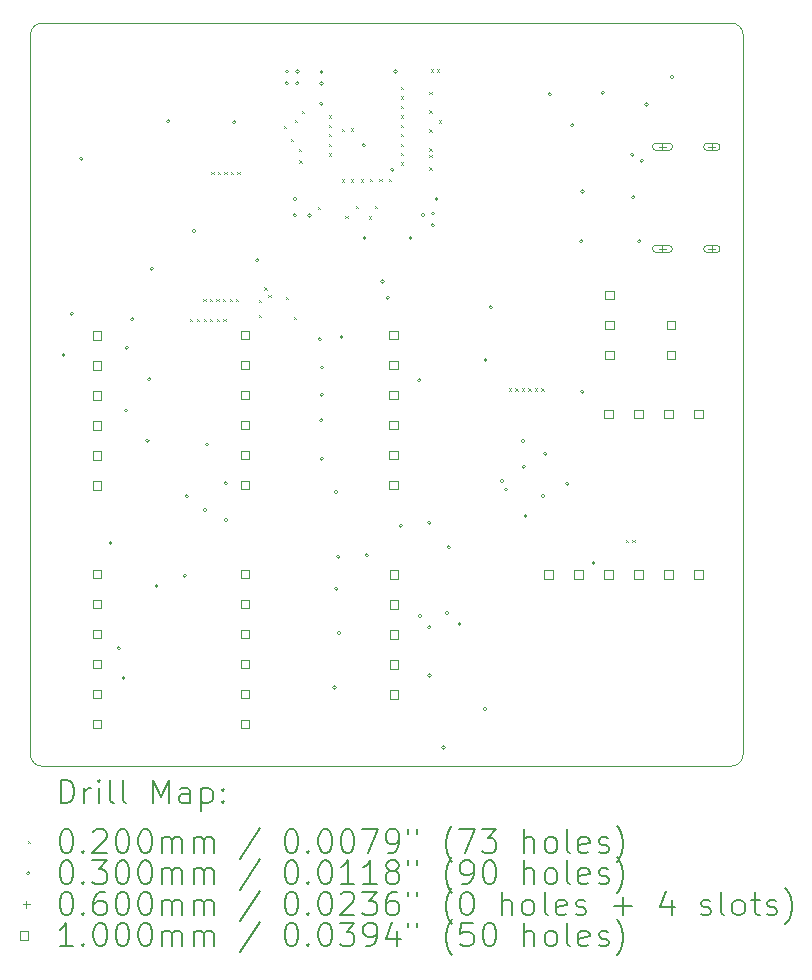
<source format=gbr>
%TF.GenerationSoftware,KiCad,Pcbnew,8.0.3*%
%TF.CreationDate,2024-08-20T17:09:37+02:00*%
%TF.ProjectId,MDBT50Q-breakout,4d444254-3530-4512-9d62-7265616b6f75,rev?*%
%TF.SameCoordinates,Original*%
%TF.FileFunction,Drillmap*%
%TF.FilePolarity,Positive*%
%FSLAX45Y45*%
G04 Gerber Fmt 4.5, Leading zero omitted, Abs format (unit mm)*
G04 Created by KiCad (PCBNEW 8.0.3) date 2024-08-20 17:09:37*
%MOMM*%
%LPD*%
G01*
G04 APERTURE LIST*
%ADD10C,0.050000*%
%ADD11C,0.200000*%
%ADD12C,0.100000*%
G04 APERTURE END LIST*
D10*
X11262250Y-14822000D02*
G75*
G02*
X11162250Y-14922000I-100000J0D01*
G01*
X11162250Y-8630000D02*
G75*
G02*
X11262250Y-8730000I0J-100000D01*
G01*
X5227250Y-8730000D02*
G75*
G02*
X5327250Y-8630000I100000J0D01*
G01*
X5327250Y-14922000D02*
G75*
G02*
X5227250Y-14822000I0J100000D01*
G01*
X5327250Y-8630000D02*
X11162250Y-8630000D01*
X5227250Y-14822000D02*
X5227250Y-8730000D01*
X11262250Y-8730000D02*
X11262250Y-14822000D01*
X11162250Y-14922000D02*
X5327250Y-14922000D01*
D11*
D12*
X6578000Y-11135000D02*
X6598000Y-11155000D01*
X6598000Y-11135000D02*
X6578000Y-11155000D01*
X6639362Y-11135000D02*
X6659362Y-11155000D01*
X6659362Y-11135000D02*
X6639362Y-11155000D01*
X6693000Y-10963000D02*
X6713000Y-10983000D01*
X6713000Y-10963000D02*
X6693000Y-10983000D01*
X6694341Y-11136542D02*
X6714341Y-11156542D01*
X6714341Y-11136542D02*
X6694341Y-11156542D01*
X6748000Y-10963000D02*
X6768000Y-10983000D01*
X6768000Y-10963000D02*
X6748000Y-10983000D01*
X6749339Y-11135987D02*
X6769339Y-11155987D01*
X6769339Y-11135987D02*
X6749339Y-11155987D01*
X6759000Y-9890000D02*
X6779000Y-9910000D01*
X6779000Y-9890000D02*
X6759000Y-9910000D01*
X6803000Y-10963000D02*
X6823000Y-10983000D01*
X6823000Y-10963000D02*
X6803000Y-10983000D01*
X6805362Y-11136000D02*
X6825362Y-11156000D01*
X6825362Y-11136000D02*
X6805362Y-11156000D01*
X6814000Y-9890000D02*
X6834000Y-9910000D01*
X6834000Y-9890000D02*
X6814000Y-9910000D01*
X6858999Y-10963000D02*
X6878999Y-10983000D01*
X6878999Y-10963000D02*
X6858999Y-10983000D01*
X6860363Y-11135000D02*
X6880363Y-11155000D01*
X6880363Y-11135000D02*
X6860363Y-11155000D01*
X6869999Y-9890000D02*
X6889999Y-9910000D01*
X6889999Y-9890000D02*
X6869999Y-9910000D01*
X6914000Y-10963000D02*
X6934000Y-10983000D01*
X6934000Y-10963000D02*
X6914000Y-10983000D01*
X6925000Y-9890000D02*
X6945000Y-9910000D01*
X6945000Y-9890000D02*
X6925000Y-9910000D01*
X6969000Y-10963000D02*
X6989000Y-10983000D01*
X6989000Y-10963000D02*
X6969000Y-10983000D01*
X6980000Y-9890000D02*
X7000000Y-9910000D01*
X7000000Y-9890000D02*
X6980000Y-9910000D01*
X7161675Y-10972500D02*
X7181675Y-10992500D01*
X7181675Y-10972500D02*
X7161675Y-10992500D01*
X7163000Y-11100000D02*
X7183000Y-11120000D01*
X7183000Y-11100000D02*
X7163000Y-11120000D01*
X7208000Y-10868000D02*
X7228000Y-10888000D01*
X7228000Y-10868000D02*
X7208000Y-10888000D01*
X7242500Y-10933000D02*
X7262500Y-10953000D01*
X7262500Y-10933000D02*
X7242500Y-10953000D01*
X7375000Y-9502500D02*
X7395000Y-9522500D01*
X7395000Y-9502500D02*
X7375000Y-9522500D01*
X7393000Y-10948000D02*
X7413000Y-10968000D01*
X7413000Y-10948000D02*
X7393000Y-10968000D01*
X7433000Y-9612000D02*
X7453000Y-9632000D01*
X7453000Y-9612000D02*
X7433000Y-9632000D01*
X7456000Y-11115000D02*
X7476000Y-11135000D01*
X7476000Y-11115000D02*
X7456000Y-11135000D01*
X7466000Y-9451000D02*
X7486000Y-9471000D01*
X7486000Y-9451000D02*
X7466000Y-9471000D01*
X7499000Y-9692000D02*
X7519000Y-9712000D01*
X7519000Y-9692000D02*
X7499000Y-9712000D01*
X7504000Y-9792000D02*
X7524000Y-9812000D01*
X7524000Y-9792000D02*
X7504000Y-9812000D01*
X7526000Y-9371000D02*
X7546000Y-9391000D01*
X7546000Y-9371000D02*
X7526000Y-9391000D01*
X7662000Y-10184000D02*
X7682000Y-10204000D01*
X7682000Y-10184000D02*
X7662000Y-10204000D01*
X7757000Y-9410000D02*
X7777000Y-9430000D01*
X7777000Y-9410000D02*
X7757000Y-9430000D01*
X7757000Y-9491000D02*
X7777000Y-9511000D01*
X7777000Y-9491000D02*
X7757000Y-9511000D01*
X7757000Y-9570000D02*
X7777000Y-9590000D01*
X7777000Y-9570000D02*
X7757000Y-9590000D01*
X7757000Y-9652000D02*
X7777000Y-9672000D01*
X7777000Y-9652000D02*
X7757000Y-9672000D01*
X7757000Y-9732000D02*
X7777000Y-9752000D01*
X7777000Y-9732000D02*
X7757000Y-9752000D01*
X7863000Y-9524000D02*
X7883000Y-9544000D01*
X7883000Y-9524000D02*
X7863000Y-9544000D01*
X7863000Y-9952000D02*
X7883000Y-9972000D01*
X7883000Y-9952000D02*
X7863000Y-9972000D01*
X7895000Y-10264000D02*
X7915000Y-10284000D01*
X7915000Y-10264000D02*
X7895000Y-10284000D01*
X7943000Y-9522000D02*
X7963000Y-9542000D01*
X7963000Y-9522000D02*
X7943000Y-9542000D01*
X7943000Y-9952000D02*
X7963000Y-9972000D01*
X7963000Y-9952000D02*
X7943000Y-9972000D01*
X7983000Y-10179000D02*
X8003000Y-10199000D01*
X8003000Y-10179000D02*
X7983000Y-10199000D01*
X8024000Y-9952000D02*
X8044000Y-9972000D01*
X8044000Y-9952000D02*
X8024000Y-9972000D01*
X8095128Y-10266303D02*
X8115128Y-10286303D01*
X8115128Y-10266303D02*
X8095128Y-10286303D01*
X8103000Y-9951000D02*
X8123000Y-9971000D01*
X8123000Y-9951000D02*
X8103000Y-9971000D01*
X8144000Y-10179000D02*
X8164000Y-10199000D01*
X8164000Y-10179000D02*
X8144000Y-10199000D01*
X8183000Y-9951000D02*
X8203000Y-9971000D01*
X8203000Y-9951000D02*
X8183000Y-9971000D01*
X8262000Y-9951000D02*
X8282000Y-9971000D01*
X8282000Y-9951000D02*
X8262000Y-9971000D01*
X8362500Y-9170000D02*
X8382500Y-9190000D01*
X8382500Y-9170000D02*
X8362500Y-9190000D01*
X8362500Y-9250000D02*
X8382500Y-9270000D01*
X8382500Y-9250000D02*
X8362500Y-9270000D01*
X8362500Y-9330000D02*
X8382500Y-9350000D01*
X8382500Y-9330000D02*
X8362500Y-9350000D01*
X8362500Y-9410000D02*
X8382500Y-9430000D01*
X8382500Y-9410000D02*
X8362500Y-9430000D01*
X8362500Y-9490000D02*
X8382500Y-9510000D01*
X8382500Y-9490000D02*
X8362500Y-9510000D01*
X8362500Y-9570000D02*
X8382500Y-9590000D01*
X8382500Y-9570000D02*
X8362500Y-9590000D01*
X8362500Y-9650000D02*
X8382500Y-9670000D01*
X8382500Y-9650000D02*
X8362500Y-9670000D01*
X8362500Y-9730000D02*
X8382500Y-9750000D01*
X8382500Y-9730000D02*
X8362500Y-9750000D01*
X8362500Y-9810000D02*
X8382500Y-9830000D01*
X8382500Y-9810000D02*
X8362500Y-9830000D01*
X8605000Y-9210000D02*
X8625000Y-9230000D01*
X8625000Y-9210000D02*
X8605000Y-9230000D01*
X8605000Y-9370000D02*
X8625000Y-9390000D01*
X8625000Y-9370000D02*
X8605000Y-9390000D01*
X8605000Y-9530000D02*
X8625000Y-9550000D01*
X8625000Y-9530000D02*
X8605000Y-9550000D01*
X8605000Y-9690000D02*
X8625000Y-9710000D01*
X8625000Y-9690000D02*
X8605000Y-9710000D01*
X8605000Y-9745000D02*
X8625000Y-9765000D01*
X8625000Y-9745000D02*
X8605000Y-9765000D01*
X8605000Y-9850000D02*
X8625000Y-9870000D01*
X8625000Y-9850000D02*
X8605000Y-9870000D01*
X8617500Y-9022500D02*
X8637500Y-9042500D01*
X8637500Y-9022500D02*
X8617500Y-9042500D01*
X8670000Y-9022500D02*
X8690000Y-9042500D01*
X8690000Y-9022500D02*
X8670000Y-9042500D01*
X8687500Y-9452500D02*
X8707500Y-9472500D01*
X8707500Y-9452500D02*
X8687500Y-9472500D01*
X9279999Y-11722500D02*
X9299999Y-11742500D01*
X9299999Y-11722500D02*
X9279999Y-11742500D01*
X9334999Y-11722500D02*
X9354999Y-11742500D01*
X9354999Y-11722500D02*
X9334999Y-11742500D01*
X9389999Y-11722500D02*
X9409999Y-11742500D01*
X9409999Y-11722500D02*
X9389999Y-11742500D01*
X9444999Y-11722500D02*
X9464999Y-11742500D01*
X9464999Y-11722500D02*
X9444999Y-11742500D01*
X9500000Y-11722500D02*
X9520000Y-11742500D01*
X9520000Y-11722500D02*
X9500000Y-11742500D01*
X9555000Y-11722500D02*
X9575000Y-11742500D01*
X9575000Y-11722500D02*
X9555000Y-11742500D01*
X10270000Y-13002500D02*
X10290000Y-13022500D01*
X10290000Y-13002500D02*
X10270000Y-13022500D01*
X10325000Y-13002500D02*
X10345000Y-13022500D01*
X10345000Y-13002500D02*
X10325000Y-13022500D01*
X5522000Y-11440000D02*
G75*
G02*
X5492000Y-11440000I-15000J0D01*
G01*
X5492000Y-11440000D02*
G75*
G02*
X5522000Y-11440000I15000J0D01*
G01*
X5592000Y-11091000D02*
G75*
G02*
X5562000Y-11091000I-15000J0D01*
G01*
X5562000Y-11091000D02*
G75*
G02*
X5592000Y-11091000I15000J0D01*
G01*
X5674000Y-9778000D02*
G75*
G02*
X5644000Y-9778000I-15000J0D01*
G01*
X5644000Y-9778000D02*
G75*
G02*
X5674000Y-9778000I15000J0D01*
G01*
X5920000Y-13032000D02*
G75*
G02*
X5890000Y-13032000I-15000J0D01*
G01*
X5890000Y-13032000D02*
G75*
G02*
X5920000Y-13032000I15000J0D01*
G01*
X5990000Y-13923000D02*
G75*
G02*
X5960000Y-13923000I-15000J0D01*
G01*
X5960000Y-13923000D02*
G75*
G02*
X5990000Y-13923000I15000J0D01*
G01*
X6032000Y-14176000D02*
G75*
G02*
X6002000Y-14176000I-15000J0D01*
G01*
X6002000Y-14176000D02*
G75*
G02*
X6032000Y-14176000I15000J0D01*
G01*
X6051000Y-11910000D02*
G75*
G02*
X6021000Y-11910000I-15000J0D01*
G01*
X6021000Y-11910000D02*
G75*
G02*
X6051000Y-11910000I15000J0D01*
G01*
X6058000Y-11380000D02*
G75*
G02*
X6028000Y-11380000I-15000J0D01*
G01*
X6028000Y-11380000D02*
G75*
G02*
X6058000Y-11380000I15000J0D01*
G01*
X6104000Y-11138000D02*
G75*
G02*
X6074000Y-11138000I-15000J0D01*
G01*
X6074000Y-11138000D02*
G75*
G02*
X6104000Y-11138000I15000J0D01*
G01*
X6234000Y-12166000D02*
G75*
G02*
X6204000Y-12166000I-15000J0D01*
G01*
X6204000Y-12166000D02*
G75*
G02*
X6234000Y-12166000I15000J0D01*
G01*
X6248000Y-11645000D02*
G75*
G02*
X6218000Y-11645000I-15000J0D01*
G01*
X6218000Y-11645000D02*
G75*
G02*
X6248000Y-11645000I15000J0D01*
G01*
X6270000Y-10710000D02*
G75*
G02*
X6240000Y-10710000I-15000J0D01*
G01*
X6240000Y-10710000D02*
G75*
G02*
X6270000Y-10710000I15000J0D01*
G01*
X6311000Y-13396000D02*
G75*
G02*
X6281000Y-13396000I-15000J0D01*
G01*
X6281000Y-13396000D02*
G75*
G02*
X6311000Y-13396000I15000J0D01*
G01*
X6409000Y-9462000D02*
G75*
G02*
X6379000Y-9462000I-15000J0D01*
G01*
X6379000Y-9462000D02*
G75*
G02*
X6409000Y-9462000I15000J0D01*
G01*
X6549000Y-13310000D02*
G75*
G02*
X6519000Y-13310000I-15000J0D01*
G01*
X6519000Y-13310000D02*
G75*
G02*
X6549000Y-13310000I15000J0D01*
G01*
X6566000Y-12636000D02*
G75*
G02*
X6536000Y-12636000I-15000J0D01*
G01*
X6536000Y-12636000D02*
G75*
G02*
X6566000Y-12636000I15000J0D01*
G01*
X6629000Y-10390000D02*
G75*
G02*
X6599000Y-10390000I-15000J0D01*
G01*
X6599000Y-10390000D02*
G75*
G02*
X6629000Y-10390000I15000J0D01*
G01*
X6722000Y-12752000D02*
G75*
G02*
X6692000Y-12752000I-15000J0D01*
G01*
X6692000Y-12752000D02*
G75*
G02*
X6722000Y-12752000I15000J0D01*
G01*
X6738000Y-12197000D02*
G75*
G02*
X6708000Y-12197000I-15000J0D01*
G01*
X6708000Y-12197000D02*
G75*
G02*
X6738000Y-12197000I15000J0D01*
G01*
X6896000Y-12527000D02*
G75*
G02*
X6866000Y-12527000I-15000J0D01*
G01*
X6866000Y-12527000D02*
G75*
G02*
X6896000Y-12527000I15000J0D01*
G01*
X6898000Y-12838000D02*
G75*
G02*
X6868000Y-12838000I-15000J0D01*
G01*
X6868000Y-12838000D02*
G75*
G02*
X6898000Y-12838000I15000J0D01*
G01*
X6968000Y-9469000D02*
G75*
G02*
X6938000Y-9469000I-15000J0D01*
G01*
X6938000Y-9469000D02*
G75*
G02*
X6968000Y-9469000I15000J0D01*
G01*
X7164000Y-10639000D02*
G75*
G02*
X7134000Y-10639000I-15000J0D01*
G01*
X7134000Y-10639000D02*
G75*
G02*
X7164000Y-10639000I15000J0D01*
G01*
X7415000Y-9040000D02*
G75*
G02*
X7385000Y-9040000I-15000J0D01*
G01*
X7385000Y-9040000D02*
G75*
G02*
X7415000Y-9040000I15000J0D01*
G01*
X7415000Y-9140000D02*
G75*
G02*
X7385000Y-9140000I-15000J0D01*
G01*
X7385000Y-9140000D02*
G75*
G02*
X7415000Y-9140000I15000J0D01*
G01*
X7482500Y-10120000D02*
G75*
G02*
X7452500Y-10120000I-15000J0D01*
G01*
X7452500Y-10120000D02*
G75*
G02*
X7482500Y-10120000I15000J0D01*
G01*
X7482500Y-10257500D02*
G75*
G02*
X7452500Y-10257500I-15000J0D01*
G01*
X7452500Y-10257500D02*
G75*
G02*
X7482500Y-10257500I15000J0D01*
G01*
X7502500Y-9040000D02*
G75*
G02*
X7472500Y-9040000I-15000J0D01*
G01*
X7472500Y-9040000D02*
G75*
G02*
X7502500Y-9040000I15000J0D01*
G01*
X7502500Y-9140000D02*
G75*
G02*
X7472500Y-9140000I-15000J0D01*
G01*
X7472500Y-9140000D02*
G75*
G02*
X7502500Y-9140000I15000J0D01*
G01*
X7605000Y-10260000D02*
G75*
G02*
X7575000Y-10260000I-15000J0D01*
G01*
X7575000Y-10260000D02*
G75*
G02*
X7605000Y-10260000I15000J0D01*
G01*
X7693000Y-11308000D02*
G75*
G02*
X7663000Y-11308000I-15000J0D01*
G01*
X7663000Y-11308000D02*
G75*
G02*
X7693000Y-11308000I15000J0D01*
G01*
X7705000Y-11994000D02*
G75*
G02*
X7675000Y-11994000I-15000J0D01*
G01*
X7675000Y-11994000D02*
G75*
G02*
X7705000Y-11994000I15000J0D01*
G01*
X7706000Y-9314000D02*
G75*
G02*
X7676000Y-9314000I-15000J0D01*
G01*
X7676000Y-9314000D02*
G75*
G02*
X7706000Y-9314000I15000J0D01*
G01*
X7707500Y-9042500D02*
G75*
G02*
X7677500Y-9042500I-15000J0D01*
G01*
X7677500Y-9042500D02*
G75*
G02*
X7707500Y-9042500I15000J0D01*
G01*
X7707500Y-9142500D02*
G75*
G02*
X7677500Y-9142500I-15000J0D01*
G01*
X7677500Y-9142500D02*
G75*
G02*
X7707500Y-9142500I15000J0D01*
G01*
X7708000Y-11777000D02*
G75*
G02*
X7678000Y-11777000I-15000J0D01*
G01*
X7678000Y-11777000D02*
G75*
G02*
X7708000Y-11777000I15000J0D01*
G01*
X7710000Y-12318000D02*
G75*
G02*
X7680000Y-12318000I-15000J0D01*
G01*
X7680000Y-12318000D02*
G75*
G02*
X7710000Y-12318000I15000J0D01*
G01*
X7711000Y-11546000D02*
G75*
G02*
X7681000Y-11546000I-15000J0D01*
G01*
X7681000Y-11546000D02*
G75*
G02*
X7711000Y-11546000I15000J0D01*
G01*
X7818000Y-14255000D02*
G75*
G02*
X7788000Y-14255000I-15000J0D01*
G01*
X7788000Y-14255000D02*
G75*
G02*
X7818000Y-14255000I15000J0D01*
G01*
X7831000Y-12601000D02*
G75*
G02*
X7801000Y-12601000I-15000J0D01*
G01*
X7801000Y-12601000D02*
G75*
G02*
X7831000Y-12601000I15000J0D01*
G01*
X7832000Y-13420000D02*
G75*
G02*
X7802000Y-13420000I-15000J0D01*
G01*
X7802000Y-13420000D02*
G75*
G02*
X7832000Y-13420000I15000J0D01*
G01*
X7850000Y-13148000D02*
G75*
G02*
X7820000Y-13148000I-15000J0D01*
G01*
X7820000Y-13148000D02*
G75*
G02*
X7850000Y-13148000I15000J0D01*
G01*
X7857000Y-13793000D02*
G75*
G02*
X7827000Y-13793000I-15000J0D01*
G01*
X7827000Y-13793000D02*
G75*
G02*
X7857000Y-13793000I15000J0D01*
G01*
X7877000Y-11287000D02*
G75*
G02*
X7847000Y-11287000I-15000J0D01*
G01*
X7847000Y-11287000D02*
G75*
G02*
X7877000Y-11287000I15000J0D01*
G01*
X8066000Y-9664000D02*
G75*
G02*
X8036000Y-9664000I-15000J0D01*
G01*
X8036000Y-9664000D02*
G75*
G02*
X8066000Y-9664000I15000J0D01*
G01*
X8072000Y-10451000D02*
G75*
G02*
X8042000Y-10451000I-15000J0D01*
G01*
X8042000Y-10451000D02*
G75*
G02*
X8072000Y-10451000I15000J0D01*
G01*
X8090000Y-13135000D02*
G75*
G02*
X8060000Y-13135000I-15000J0D01*
G01*
X8060000Y-13135000D02*
G75*
G02*
X8090000Y-13135000I15000J0D01*
G01*
X8224000Y-10818000D02*
G75*
G02*
X8194000Y-10818000I-15000J0D01*
G01*
X8194000Y-10818000D02*
G75*
G02*
X8224000Y-10818000I15000J0D01*
G01*
X8268000Y-10956000D02*
G75*
G02*
X8238000Y-10956000I-15000J0D01*
G01*
X8238000Y-10956000D02*
G75*
G02*
X8268000Y-10956000I15000J0D01*
G01*
X8308000Y-9872000D02*
G75*
G02*
X8278000Y-9872000I-15000J0D01*
G01*
X8278000Y-9872000D02*
G75*
G02*
X8308000Y-9872000I15000J0D01*
G01*
X8332500Y-9040000D02*
G75*
G02*
X8302500Y-9040000I-15000J0D01*
G01*
X8302500Y-9040000D02*
G75*
G02*
X8332500Y-9040000I15000J0D01*
G01*
X8378000Y-12885000D02*
G75*
G02*
X8348000Y-12885000I-15000J0D01*
G01*
X8348000Y-12885000D02*
G75*
G02*
X8378000Y-12885000I15000J0D01*
G01*
X8460000Y-10450000D02*
G75*
G02*
X8430000Y-10450000I-15000J0D01*
G01*
X8430000Y-10450000D02*
G75*
G02*
X8460000Y-10450000I15000J0D01*
G01*
X8535000Y-11653000D02*
G75*
G02*
X8505000Y-11653000I-15000J0D01*
G01*
X8505000Y-11653000D02*
G75*
G02*
X8535000Y-11653000I15000J0D01*
G01*
X8542000Y-13650000D02*
G75*
G02*
X8512000Y-13650000I-15000J0D01*
G01*
X8512000Y-13650000D02*
G75*
G02*
X8542000Y-13650000I15000J0D01*
G01*
X8567500Y-10255000D02*
G75*
G02*
X8537500Y-10255000I-15000J0D01*
G01*
X8537500Y-10255000D02*
G75*
G02*
X8567500Y-10255000I15000J0D01*
G01*
X8619000Y-13746000D02*
G75*
G02*
X8589000Y-13746000I-15000J0D01*
G01*
X8589000Y-13746000D02*
G75*
G02*
X8619000Y-13746000I15000J0D01*
G01*
X8620000Y-12861000D02*
G75*
G02*
X8590000Y-12861000I-15000J0D01*
G01*
X8590000Y-12861000D02*
G75*
G02*
X8620000Y-12861000I15000J0D01*
G01*
X8624000Y-14154000D02*
G75*
G02*
X8594000Y-14154000I-15000J0D01*
G01*
X8594000Y-14154000D02*
G75*
G02*
X8624000Y-14154000I15000J0D01*
G01*
X8650000Y-10342500D02*
G75*
G02*
X8620000Y-10342500I-15000J0D01*
G01*
X8620000Y-10342500D02*
G75*
G02*
X8650000Y-10342500I15000J0D01*
G01*
X8652500Y-10242500D02*
G75*
G02*
X8622500Y-10242500I-15000J0D01*
G01*
X8622500Y-10242500D02*
G75*
G02*
X8652500Y-10242500I15000J0D01*
G01*
X8682500Y-10120000D02*
G75*
G02*
X8652500Y-10120000I-15000J0D01*
G01*
X8652500Y-10120000D02*
G75*
G02*
X8682500Y-10120000I15000J0D01*
G01*
X8741000Y-14762000D02*
G75*
G02*
X8711000Y-14762000I-15000J0D01*
G01*
X8711000Y-14762000D02*
G75*
G02*
X8741000Y-14762000I15000J0D01*
G01*
X8771000Y-13624000D02*
G75*
G02*
X8741000Y-13624000I-15000J0D01*
G01*
X8741000Y-13624000D02*
G75*
G02*
X8771000Y-13624000I15000J0D01*
G01*
X8786000Y-13069000D02*
G75*
G02*
X8756000Y-13069000I-15000J0D01*
G01*
X8756000Y-13069000D02*
G75*
G02*
X8786000Y-13069000I15000J0D01*
G01*
X8876000Y-13719000D02*
G75*
G02*
X8846000Y-13719000I-15000J0D01*
G01*
X8846000Y-13719000D02*
G75*
G02*
X8876000Y-13719000I15000J0D01*
G01*
X9092000Y-14437000D02*
G75*
G02*
X9062000Y-14437000I-15000J0D01*
G01*
X9062000Y-14437000D02*
G75*
G02*
X9092000Y-14437000I15000J0D01*
G01*
X9096000Y-11484000D02*
G75*
G02*
X9066000Y-11484000I-15000J0D01*
G01*
X9066000Y-11484000D02*
G75*
G02*
X9096000Y-11484000I15000J0D01*
G01*
X9142000Y-11036000D02*
G75*
G02*
X9112000Y-11036000I-15000J0D01*
G01*
X9112000Y-11036000D02*
G75*
G02*
X9142000Y-11036000I15000J0D01*
G01*
X9236000Y-12507123D02*
G75*
G02*
X9206000Y-12507123I-15000J0D01*
G01*
X9206000Y-12507123D02*
G75*
G02*
X9236000Y-12507123I15000J0D01*
G01*
X9269000Y-12580000D02*
G75*
G02*
X9239000Y-12580000I-15000J0D01*
G01*
X9239000Y-12580000D02*
G75*
G02*
X9269000Y-12580000I15000J0D01*
G01*
X9413000Y-12169000D02*
G75*
G02*
X9383000Y-12169000I-15000J0D01*
G01*
X9383000Y-12169000D02*
G75*
G02*
X9413000Y-12169000I15000J0D01*
G01*
X9419000Y-12386000D02*
G75*
G02*
X9389000Y-12386000I-15000J0D01*
G01*
X9389000Y-12386000D02*
G75*
G02*
X9419000Y-12386000I15000J0D01*
G01*
X9435000Y-12804000D02*
G75*
G02*
X9405000Y-12804000I-15000J0D01*
G01*
X9405000Y-12804000D02*
G75*
G02*
X9435000Y-12804000I15000J0D01*
G01*
X9581000Y-12634000D02*
G75*
G02*
X9551000Y-12634000I-15000J0D01*
G01*
X9551000Y-12634000D02*
G75*
G02*
X9581000Y-12634000I15000J0D01*
G01*
X9602000Y-12275000D02*
G75*
G02*
X9572000Y-12275000I-15000J0D01*
G01*
X9572000Y-12275000D02*
G75*
G02*
X9602000Y-12275000I15000J0D01*
G01*
X9640000Y-9232500D02*
G75*
G02*
X9610000Y-9232500I-15000J0D01*
G01*
X9610000Y-9232500D02*
G75*
G02*
X9640000Y-9232500I15000J0D01*
G01*
X9788000Y-12531000D02*
G75*
G02*
X9758000Y-12531000I-15000J0D01*
G01*
X9758000Y-12531000D02*
G75*
G02*
X9788000Y-12531000I15000J0D01*
G01*
X9832500Y-9495000D02*
G75*
G02*
X9802500Y-9495000I-15000J0D01*
G01*
X9802500Y-9495000D02*
G75*
G02*
X9832500Y-9495000I15000J0D01*
G01*
X9907500Y-10477500D02*
G75*
G02*
X9877500Y-10477500I-15000J0D01*
G01*
X9877500Y-10477500D02*
G75*
G02*
X9907500Y-10477500I15000J0D01*
G01*
X9916000Y-11751000D02*
G75*
G02*
X9886000Y-11751000I-15000J0D01*
G01*
X9886000Y-11751000D02*
G75*
G02*
X9916000Y-11751000I15000J0D01*
G01*
X9917500Y-10057500D02*
G75*
G02*
X9887500Y-10057500I-15000J0D01*
G01*
X9887500Y-10057500D02*
G75*
G02*
X9917500Y-10057500I15000J0D01*
G01*
X10011000Y-13202000D02*
G75*
G02*
X9981000Y-13202000I-15000J0D01*
G01*
X9981000Y-13202000D02*
G75*
G02*
X10011000Y-13202000I15000J0D01*
G01*
X10090000Y-9220000D02*
G75*
G02*
X10060000Y-9220000I-15000J0D01*
G01*
X10060000Y-9220000D02*
G75*
G02*
X10090000Y-9220000I15000J0D01*
G01*
X10337500Y-9745000D02*
G75*
G02*
X10307500Y-9745000I-15000J0D01*
G01*
X10307500Y-9745000D02*
G75*
G02*
X10337500Y-9745000I15000J0D01*
G01*
X10347500Y-10105000D02*
G75*
G02*
X10317500Y-10105000I-15000J0D01*
G01*
X10317500Y-10105000D02*
G75*
G02*
X10347500Y-10105000I15000J0D01*
G01*
X10398000Y-10478000D02*
G75*
G02*
X10368000Y-10478000I-15000J0D01*
G01*
X10368000Y-10478000D02*
G75*
G02*
X10398000Y-10478000I15000J0D01*
G01*
X10420000Y-9795000D02*
G75*
G02*
X10390000Y-9795000I-15000J0D01*
G01*
X10390000Y-9795000D02*
G75*
G02*
X10420000Y-9795000I15000J0D01*
G01*
X10460000Y-9320000D02*
G75*
G02*
X10430000Y-9320000I-15000J0D01*
G01*
X10430000Y-9320000D02*
G75*
G02*
X10460000Y-9320000I15000J0D01*
G01*
X10675000Y-9087500D02*
G75*
G02*
X10645000Y-9087500I-15000J0D01*
G01*
X10645000Y-9087500D02*
G75*
G02*
X10675000Y-9087500I15000J0D01*
G01*
X10579500Y-9648000D02*
X10579500Y-9708000D01*
X10549500Y-9678000D02*
X10609500Y-9678000D01*
X10524500Y-9708000D02*
X10634500Y-9708000D01*
X10634500Y-9648000D02*
G75*
G02*
X10634500Y-9708000I0J-30000D01*
G01*
X10634500Y-9648000D02*
X10524500Y-9648000D01*
X10524500Y-9648000D02*
G75*
G03*
X10524500Y-9708000I0J-30000D01*
G01*
X10579500Y-10512000D02*
X10579500Y-10572000D01*
X10549500Y-10542000D02*
X10609500Y-10542000D01*
X10524500Y-10572000D02*
X10634500Y-10572000D01*
X10634500Y-10512000D02*
G75*
G02*
X10634500Y-10572000I0J-30000D01*
G01*
X10634500Y-10512000D02*
X10524500Y-10512000D01*
X10524500Y-10512000D02*
G75*
G03*
X10524500Y-10572000I0J-30000D01*
G01*
X10997500Y-9648000D02*
X10997500Y-9708000D01*
X10967500Y-9678000D02*
X11027500Y-9678000D01*
X10957500Y-9708000D02*
X11037500Y-9708000D01*
X11037500Y-9648000D02*
G75*
G02*
X11037500Y-9708000I0J-30000D01*
G01*
X11037500Y-9648000D02*
X10957500Y-9648000D01*
X10957500Y-9648000D02*
G75*
G03*
X10957500Y-9708000I0J-30000D01*
G01*
X10997500Y-10512000D02*
X10997500Y-10572000D01*
X10967500Y-10542000D02*
X11027500Y-10542000D01*
X10957500Y-10572000D02*
X11037500Y-10572000D01*
X11037500Y-10512000D02*
G75*
G02*
X11037500Y-10572000I0J-30000D01*
G01*
X11037500Y-10512000D02*
X10957500Y-10512000D01*
X10957500Y-10512000D02*
G75*
G03*
X10957500Y-10572000I0J-30000D01*
G01*
X5825356Y-13332356D02*
X5825356Y-13261644D01*
X5754644Y-13261644D01*
X5754644Y-13332356D01*
X5825356Y-13332356D01*
X5825356Y-13586356D02*
X5825356Y-13515644D01*
X5754644Y-13515644D01*
X5754644Y-13586356D01*
X5825356Y-13586356D01*
X5825356Y-13840356D02*
X5825356Y-13769644D01*
X5754644Y-13769644D01*
X5754644Y-13840356D01*
X5825356Y-13840356D01*
X5825356Y-14094356D02*
X5825356Y-14023644D01*
X5754644Y-14023644D01*
X5754644Y-14094356D01*
X5825356Y-14094356D01*
X5825356Y-14348356D02*
X5825356Y-14277644D01*
X5754644Y-14277644D01*
X5754644Y-14348356D01*
X5825356Y-14348356D01*
X5825356Y-14602356D02*
X5825356Y-14531644D01*
X5754644Y-14531644D01*
X5754644Y-14602356D01*
X5825356Y-14602356D01*
X5826356Y-11309356D02*
X5826356Y-11238644D01*
X5755644Y-11238644D01*
X5755644Y-11309356D01*
X5826356Y-11309356D01*
X5826356Y-11563356D02*
X5826356Y-11492644D01*
X5755644Y-11492644D01*
X5755644Y-11563356D01*
X5826356Y-11563356D01*
X5826356Y-11817356D02*
X5826356Y-11746644D01*
X5755644Y-11746644D01*
X5755644Y-11817356D01*
X5826356Y-11817356D01*
X5826356Y-12071356D02*
X5826356Y-12000644D01*
X5755644Y-12000644D01*
X5755644Y-12071356D01*
X5826356Y-12071356D01*
X5826356Y-12325356D02*
X5826356Y-12254644D01*
X5755644Y-12254644D01*
X5755644Y-12325356D01*
X5826356Y-12325356D01*
X5826356Y-12579356D02*
X5826356Y-12508644D01*
X5755644Y-12508644D01*
X5755644Y-12579356D01*
X5826356Y-12579356D01*
X7082356Y-11308106D02*
X7082356Y-11237394D01*
X7011644Y-11237394D01*
X7011644Y-11308106D01*
X7082356Y-11308106D01*
X7082356Y-11562106D02*
X7082356Y-11491394D01*
X7011644Y-11491394D01*
X7011644Y-11562106D01*
X7082356Y-11562106D01*
X7082356Y-11816106D02*
X7082356Y-11745394D01*
X7011644Y-11745394D01*
X7011644Y-11816106D01*
X7082356Y-11816106D01*
X7082356Y-12070106D02*
X7082356Y-11999394D01*
X7011644Y-11999394D01*
X7011644Y-12070106D01*
X7082356Y-12070106D01*
X7082356Y-12324106D02*
X7082356Y-12253394D01*
X7011644Y-12253394D01*
X7011644Y-12324106D01*
X7082356Y-12324106D01*
X7082356Y-12578106D02*
X7082356Y-12507394D01*
X7011644Y-12507394D01*
X7011644Y-12578106D01*
X7082356Y-12578106D01*
X7082356Y-13332356D02*
X7082356Y-13261644D01*
X7011644Y-13261644D01*
X7011644Y-13332356D01*
X7082356Y-13332356D01*
X7082356Y-13586356D02*
X7082356Y-13515644D01*
X7011644Y-13515644D01*
X7011644Y-13586356D01*
X7082356Y-13586356D01*
X7082356Y-13840356D02*
X7082356Y-13769644D01*
X7011644Y-13769644D01*
X7011644Y-13840356D01*
X7082356Y-13840356D01*
X7082356Y-14094356D02*
X7082356Y-14023644D01*
X7011644Y-14023644D01*
X7011644Y-14094356D01*
X7082356Y-14094356D01*
X7082356Y-14348356D02*
X7082356Y-14277644D01*
X7011644Y-14277644D01*
X7011644Y-14348356D01*
X7082356Y-14348356D01*
X7082356Y-14602356D02*
X7082356Y-14531644D01*
X7011644Y-14531644D01*
X7011644Y-14602356D01*
X7082356Y-14602356D01*
X8336856Y-11306856D02*
X8336856Y-11236144D01*
X8266144Y-11236144D01*
X8266144Y-11306856D01*
X8336856Y-11306856D01*
X8336856Y-11560856D02*
X8336856Y-11490144D01*
X8266144Y-11490144D01*
X8266144Y-11560856D01*
X8336856Y-11560856D01*
X8336856Y-11814856D02*
X8336856Y-11744144D01*
X8266144Y-11744144D01*
X8266144Y-11814856D01*
X8336856Y-11814856D01*
X8336856Y-12068856D02*
X8336856Y-11998144D01*
X8266144Y-11998144D01*
X8266144Y-12068856D01*
X8336856Y-12068856D01*
X8336856Y-12322856D02*
X8336856Y-12252144D01*
X8266144Y-12252144D01*
X8266144Y-12322856D01*
X8336856Y-12322856D01*
X8336856Y-12576856D02*
X8336856Y-12506144D01*
X8266144Y-12506144D01*
X8266144Y-12576856D01*
X8336856Y-12576856D01*
X8343356Y-13333356D02*
X8343356Y-13262644D01*
X8272644Y-13262644D01*
X8272644Y-13333356D01*
X8343356Y-13333356D01*
X8343356Y-13587356D02*
X8343356Y-13516644D01*
X8272644Y-13516644D01*
X8272644Y-13587356D01*
X8343356Y-13587356D01*
X8343356Y-13841356D02*
X8343356Y-13770644D01*
X8272644Y-13770644D01*
X8272644Y-13841356D01*
X8343356Y-13841356D01*
X8343356Y-14095356D02*
X8343356Y-14024644D01*
X8272644Y-14024644D01*
X8272644Y-14095356D01*
X8343356Y-14095356D01*
X8343356Y-14349356D02*
X8343356Y-14278644D01*
X8272644Y-14278644D01*
X8272644Y-14349356D01*
X8343356Y-14349356D01*
X9649356Y-13332856D02*
X9649356Y-13262144D01*
X9578644Y-13262144D01*
X9578644Y-13332856D01*
X9649356Y-13332856D01*
X9903356Y-13332856D02*
X9903356Y-13262144D01*
X9832644Y-13262144D01*
X9832644Y-13332856D01*
X9903356Y-13332856D01*
X10157356Y-13332856D02*
X10157356Y-13262144D01*
X10086644Y-13262144D01*
X10086644Y-13332856D01*
X10157356Y-13332856D01*
X10158356Y-11975356D02*
X10158356Y-11904644D01*
X10087644Y-11904644D01*
X10087644Y-11975356D01*
X10158356Y-11975356D01*
X10165356Y-10964856D02*
X10165356Y-10894144D01*
X10094644Y-10894144D01*
X10094644Y-10964856D01*
X10165356Y-10964856D01*
X10165356Y-11218856D02*
X10165356Y-11148144D01*
X10094644Y-11148144D01*
X10094644Y-11218856D01*
X10165356Y-11218856D01*
X10165356Y-11472856D02*
X10165356Y-11402144D01*
X10094644Y-11402144D01*
X10094644Y-11472856D01*
X10165356Y-11472856D01*
X10411356Y-13332856D02*
X10411356Y-13262144D01*
X10340644Y-13262144D01*
X10340644Y-13332856D01*
X10411356Y-13332856D01*
X10412356Y-11975356D02*
X10412356Y-11904644D01*
X10341644Y-11904644D01*
X10341644Y-11975356D01*
X10412356Y-11975356D01*
X10665356Y-13332856D02*
X10665356Y-13262144D01*
X10594644Y-13262144D01*
X10594644Y-13332856D01*
X10665356Y-13332856D01*
X10666356Y-11975356D02*
X10666356Y-11904644D01*
X10595644Y-11904644D01*
X10595644Y-11975356D01*
X10666356Y-11975356D01*
X10685356Y-11222356D02*
X10685356Y-11151644D01*
X10614644Y-11151644D01*
X10614644Y-11222356D01*
X10685356Y-11222356D01*
X10685356Y-11476356D02*
X10685356Y-11405644D01*
X10614644Y-11405644D01*
X10614644Y-11476356D01*
X10685356Y-11476356D01*
X10919356Y-13332856D02*
X10919356Y-13262144D01*
X10848644Y-13262144D01*
X10848644Y-13332856D01*
X10919356Y-13332856D01*
X10920356Y-11975356D02*
X10920356Y-11904644D01*
X10849644Y-11904644D01*
X10849644Y-11975356D01*
X10920356Y-11975356D01*
D11*
X5485527Y-15235984D02*
X5485527Y-15035984D01*
X5485527Y-15035984D02*
X5533146Y-15035984D01*
X5533146Y-15035984D02*
X5561717Y-15045508D01*
X5561717Y-15045508D02*
X5580765Y-15064555D01*
X5580765Y-15064555D02*
X5590289Y-15083603D01*
X5590289Y-15083603D02*
X5599812Y-15121698D01*
X5599812Y-15121698D02*
X5599812Y-15150269D01*
X5599812Y-15150269D02*
X5590289Y-15188365D01*
X5590289Y-15188365D02*
X5580765Y-15207412D01*
X5580765Y-15207412D02*
X5561717Y-15226460D01*
X5561717Y-15226460D02*
X5533146Y-15235984D01*
X5533146Y-15235984D02*
X5485527Y-15235984D01*
X5685527Y-15235984D02*
X5685527Y-15102650D01*
X5685527Y-15140746D02*
X5695051Y-15121698D01*
X5695051Y-15121698D02*
X5704574Y-15112174D01*
X5704574Y-15112174D02*
X5723622Y-15102650D01*
X5723622Y-15102650D02*
X5742670Y-15102650D01*
X5809336Y-15235984D02*
X5809336Y-15102650D01*
X5809336Y-15035984D02*
X5799812Y-15045508D01*
X5799812Y-15045508D02*
X5809336Y-15055031D01*
X5809336Y-15055031D02*
X5818860Y-15045508D01*
X5818860Y-15045508D02*
X5809336Y-15035984D01*
X5809336Y-15035984D02*
X5809336Y-15055031D01*
X5933146Y-15235984D02*
X5914098Y-15226460D01*
X5914098Y-15226460D02*
X5904574Y-15207412D01*
X5904574Y-15207412D02*
X5904574Y-15035984D01*
X6037908Y-15235984D02*
X6018860Y-15226460D01*
X6018860Y-15226460D02*
X6009336Y-15207412D01*
X6009336Y-15207412D02*
X6009336Y-15035984D01*
X6266479Y-15235984D02*
X6266479Y-15035984D01*
X6266479Y-15035984D02*
X6333146Y-15178841D01*
X6333146Y-15178841D02*
X6399812Y-15035984D01*
X6399812Y-15035984D02*
X6399812Y-15235984D01*
X6580765Y-15235984D02*
X6580765Y-15131222D01*
X6580765Y-15131222D02*
X6571241Y-15112174D01*
X6571241Y-15112174D02*
X6552193Y-15102650D01*
X6552193Y-15102650D02*
X6514098Y-15102650D01*
X6514098Y-15102650D02*
X6495051Y-15112174D01*
X6580765Y-15226460D02*
X6561717Y-15235984D01*
X6561717Y-15235984D02*
X6514098Y-15235984D01*
X6514098Y-15235984D02*
X6495051Y-15226460D01*
X6495051Y-15226460D02*
X6485527Y-15207412D01*
X6485527Y-15207412D02*
X6485527Y-15188365D01*
X6485527Y-15188365D02*
X6495051Y-15169317D01*
X6495051Y-15169317D02*
X6514098Y-15159793D01*
X6514098Y-15159793D02*
X6561717Y-15159793D01*
X6561717Y-15159793D02*
X6580765Y-15150269D01*
X6676003Y-15102650D02*
X6676003Y-15302650D01*
X6676003Y-15112174D02*
X6695051Y-15102650D01*
X6695051Y-15102650D02*
X6733146Y-15102650D01*
X6733146Y-15102650D02*
X6752193Y-15112174D01*
X6752193Y-15112174D02*
X6761717Y-15121698D01*
X6761717Y-15121698D02*
X6771241Y-15140746D01*
X6771241Y-15140746D02*
X6771241Y-15197888D01*
X6771241Y-15197888D02*
X6761717Y-15216936D01*
X6761717Y-15216936D02*
X6752193Y-15226460D01*
X6752193Y-15226460D02*
X6733146Y-15235984D01*
X6733146Y-15235984D02*
X6695051Y-15235984D01*
X6695051Y-15235984D02*
X6676003Y-15226460D01*
X6856955Y-15216936D02*
X6866479Y-15226460D01*
X6866479Y-15226460D02*
X6856955Y-15235984D01*
X6856955Y-15235984D02*
X6847432Y-15226460D01*
X6847432Y-15226460D02*
X6856955Y-15216936D01*
X6856955Y-15216936D02*
X6856955Y-15235984D01*
X6856955Y-15112174D02*
X6866479Y-15121698D01*
X6866479Y-15121698D02*
X6856955Y-15131222D01*
X6856955Y-15131222D02*
X6847432Y-15121698D01*
X6847432Y-15121698D02*
X6856955Y-15112174D01*
X6856955Y-15112174D02*
X6856955Y-15131222D01*
D12*
X5204750Y-15554500D02*
X5224750Y-15574500D01*
X5224750Y-15554500D02*
X5204750Y-15574500D01*
D11*
X5523622Y-15455984D02*
X5542670Y-15455984D01*
X5542670Y-15455984D02*
X5561717Y-15465508D01*
X5561717Y-15465508D02*
X5571241Y-15475031D01*
X5571241Y-15475031D02*
X5580765Y-15494079D01*
X5580765Y-15494079D02*
X5590289Y-15532174D01*
X5590289Y-15532174D02*
X5590289Y-15579793D01*
X5590289Y-15579793D02*
X5580765Y-15617888D01*
X5580765Y-15617888D02*
X5571241Y-15636936D01*
X5571241Y-15636936D02*
X5561717Y-15646460D01*
X5561717Y-15646460D02*
X5542670Y-15655984D01*
X5542670Y-15655984D02*
X5523622Y-15655984D01*
X5523622Y-15655984D02*
X5504574Y-15646460D01*
X5504574Y-15646460D02*
X5495051Y-15636936D01*
X5495051Y-15636936D02*
X5485527Y-15617888D01*
X5485527Y-15617888D02*
X5476003Y-15579793D01*
X5476003Y-15579793D02*
X5476003Y-15532174D01*
X5476003Y-15532174D02*
X5485527Y-15494079D01*
X5485527Y-15494079D02*
X5495051Y-15475031D01*
X5495051Y-15475031D02*
X5504574Y-15465508D01*
X5504574Y-15465508D02*
X5523622Y-15455984D01*
X5676003Y-15636936D02*
X5685527Y-15646460D01*
X5685527Y-15646460D02*
X5676003Y-15655984D01*
X5676003Y-15655984D02*
X5666479Y-15646460D01*
X5666479Y-15646460D02*
X5676003Y-15636936D01*
X5676003Y-15636936D02*
X5676003Y-15655984D01*
X5761717Y-15475031D02*
X5771241Y-15465508D01*
X5771241Y-15465508D02*
X5790289Y-15455984D01*
X5790289Y-15455984D02*
X5837908Y-15455984D01*
X5837908Y-15455984D02*
X5856955Y-15465508D01*
X5856955Y-15465508D02*
X5866479Y-15475031D01*
X5866479Y-15475031D02*
X5876003Y-15494079D01*
X5876003Y-15494079D02*
X5876003Y-15513127D01*
X5876003Y-15513127D02*
X5866479Y-15541698D01*
X5866479Y-15541698D02*
X5752193Y-15655984D01*
X5752193Y-15655984D02*
X5876003Y-15655984D01*
X5999812Y-15455984D02*
X6018860Y-15455984D01*
X6018860Y-15455984D02*
X6037908Y-15465508D01*
X6037908Y-15465508D02*
X6047432Y-15475031D01*
X6047432Y-15475031D02*
X6056955Y-15494079D01*
X6056955Y-15494079D02*
X6066479Y-15532174D01*
X6066479Y-15532174D02*
X6066479Y-15579793D01*
X6066479Y-15579793D02*
X6056955Y-15617888D01*
X6056955Y-15617888D02*
X6047432Y-15636936D01*
X6047432Y-15636936D02*
X6037908Y-15646460D01*
X6037908Y-15646460D02*
X6018860Y-15655984D01*
X6018860Y-15655984D02*
X5999812Y-15655984D01*
X5999812Y-15655984D02*
X5980765Y-15646460D01*
X5980765Y-15646460D02*
X5971241Y-15636936D01*
X5971241Y-15636936D02*
X5961717Y-15617888D01*
X5961717Y-15617888D02*
X5952193Y-15579793D01*
X5952193Y-15579793D02*
X5952193Y-15532174D01*
X5952193Y-15532174D02*
X5961717Y-15494079D01*
X5961717Y-15494079D02*
X5971241Y-15475031D01*
X5971241Y-15475031D02*
X5980765Y-15465508D01*
X5980765Y-15465508D02*
X5999812Y-15455984D01*
X6190289Y-15455984D02*
X6209336Y-15455984D01*
X6209336Y-15455984D02*
X6228384Y-15465508D01*
X6228384Y-15465508D02*
X6237908Y-15475031D01*
X6237908Y-15475031D02*
X6247432Y-15494079D01*
X6247432Y-15494079D02*
X6256955Y-15532174D01*
X6256955Y-15532174D02*
X6256955Y-15579793D01*
X6256955Y-15579793D02*
X6247432Y-15617888D01*
X6247432Y-15617888D02*
X6237908Y-15636936D01*
X6237908Y-15636936D02*
X6228384Y-15646460D01*
X6228384Y-15646460D02*
X6209336Y-15655984D01*
X6209336Y-15655984D02*
X6190289Y-15655984D01*
X6190289Y-15655984D02*
X6171241Y-15646460D01*
X6171241Y-15646460D02*
X6161717Y-15636936D01*
X6161717Y-15636936D02*
X6152193Y-15617888D01*
X6152193Y-15617888D02*
X6142670Y-15579793D01*
X6142670Y-15579793D02*
X6142670Y-15532174D01*
X6142670Y-15532174D02*
X6152193Y-15494079D01*
X6152193Y-15494079D02*
X6161717Y-15475031D01*
X6161717Y-15475031D02*
X6171241Y-15465508D01*
X6171241Y-15465508D02*
X6190289Y-15455984D01*
X6342670Y-15655984D02*
X6342670Y-15522650D01*
X6342670Y-15541698D02*
X6352193Y-15532174D01*
X6352193Y-15532174D02*
X6371241Y-15522650D01*
X6371241Y-15522650D02*
X6399813Y-15522650D01*
X6399813Y-15522650D02*
X6418860Y-15532174D01*
X6418860Y-15532174D02*
X6428384Y-15551222D01*
X6428384Y-15551222D02*
X6428384Y-15655984D01*
X6428384Y-15551222D02*
X6437908Y-15532174D01*
X6437908Y-15532174D02*
X6456955Y-15522650D01*
X6456955Y-15522650D02*
X6485527Y-15522650D01*
X6485527Y-15522650D02*
X6504574Y-15532174D01*
X6504574Y-15532174D02*
X6514098Y-15551222D01*
X6514098Y-15551222D02*
X6514098Y-15655984D01*
X6609336Y-15655984D02*
X6609336Y-15522650D01*
X6609336Y-15541698D02*
X6618860Y-15532174D01*
X6618860Y-15532174D02*
X6637908Y-15522650D01*
X6637908Y-15522650D02*
X6666479Y-15522650D01*
X6666479Y-15522650D02*
X6685527Y-15532174D01*
X6685527Y-15532174D02*
X6695051Y-15551222D01*
X6695051Y-15551222D02*
X6695051Y-15655984D01*
X6695051Y-15551222D02*
X6704574Y-15532174D01*
X6704574Y-15532174D02*
X6723622Y-15522650D01*
X6723622Y-15522650D02*
X6752193Y-15522650D01*
X6752193Y-15522650D02*
X6771241Y-15532174D01*
X6771241Y-15532174D02*
X6780765Y-15551222D01*
X6780765Y-15551222D02*
X6780765Y-15655984D01*
X7171241Y-15446460D02*
X6999813Y-15703603D01*
X7428384Y-15455984D02*
X7447432Y-15455984D01*
X7447432Y-15455984D02*
X7466479Y-15465508D01*
X7466479Y-15465508D02*
X7476003Y-15475031D01*
X7476003Y-15475031D02*
X7485527Y-15494079D01*
X7485527Y-15494079D02*
X7495051Y-15532174D01*
X7495051Y-15532174D02*
X7495051Y-15579793D01*
X7495051Y-15579793D02*
X7485527Y-15617888D01*
X7485527Y-15617888D02*
X7476003Y-15636936D01*
X7476003Y-15636936D02*
X7466479Y-15646460D01*
X7466479Y-15646460D02*
X7447432Y-15655984D01*
X7447432Y-15655984D02*
X7428384Y-15655984D01*
X7428384Y-15655984D02*
X7409336Y-15646460D01*
X7409336Y-15646460D02*
X7399813Y-15636936D01*
X7399813Y-15636936D02*
X7390289Y-15617888D01*
X7390289Y-15617888D02*
X7380765Y-15579793D01*
X7380765Y-15579793D02*
X7380765Y-15532174D01*
X7380765Y-15532174D02*
X7390289Y-15494079D01*
X7390289Y-15494079D02*
X7399813Y-15475031D01*
X7399813Y-15475031D02*
X7409336Y-15465508D01*
X7409336Y-15465508D02*
X7428384Y-15455984D01*
X7580765Y-15636936D02*
X7590289Y-15646460D01*
X7590289Y-15646460D02*
X7580765Y-15655984D01*
X7580765Y-15655984D02*
X7571241Y-15646460D01*
X7571241Y-15646460D02*
X7580765Y-15636936D01*
X7580765Y-15636936D02*
X7580765Y-15655984D01*
X7714098Y-15455984D02*
X7733146Y-15455984D01*
X7733146Y-15455984D02*
X7752194Y-15465508D01*
X7752194Y-15465508D02*
X7761717Y-15475031D01*
X7761717Y-15475031D02*
X7771241Y-15494079D01*
X7771241Y-15494079D02*
X7780765Y-15532174D01*
X7780765Y-15532174D02*
X7780765Y-15579793D01*
X7780765Y-15579793D02*
X7771241Y-15617888D01*
X7771241Y-15617888D02*
X7761717Y-15636936D01*
X7761717Y-15636936D02*
X7752194Y-15646460D01*
X7752194Y-15646460D02*
X7733146Y-15655984D01*
X7733146Y-15655984D02*
X7714098Y-15655984D01*
X7714098Y-15655984D02*
X7695051Y-15646460D01*
X7695051Y-15646460D02*
X7685527Y-15636936D01*
X7685527Y-15636936D02*
X7676003Y-15617888D01*
X7676003Y-15617888D02*
X7666479Y-15579793D01*
X7666479Y-15579793D02*
X7666479Y-15532174D01*
X7666479Y-15532174D02*
X7676003Y-15494079D01*
X7676003Y-15494079D02*
X7685527Y-15475031D01*
X7685527Y-15475031D02*
X7695051Y-15465508D01*
X7695051Y-15465508D02*
X7714098Y-15455984D01*
X7904575Y-15455984D02*
X7923622Y-15455984D01*
X7923622Y-15455984D02*
X7942670Y-15465508D01*
X7942670Y-15465508D02*
X7952194Y-15475031D01*
X7952194Y-15475031D02*
X7961717Y-15494079D01*
X7961717Y-15494079D02*
X7971241Y-15532174D01*
X7971241Y-15532174D02*
X7971241Y-15579793D01*
X7971241Y-15579793D02*
X7961717Y-15617888D01*
X7961717Y-15617888D02*
X7952194Y-15636936D01*
X7952194Y-15636936D02*
X7942670Y-15646460D01*
X7942670Y-15646460D02*
X7923622Y-15655984D01*
X7923622Y-15655984D02*
X7904575Y-15655984D01*
X7904575Y-15655984D02*
X7885527Y-15646460D01*
X7885527Y-15646460D02*
X7876003Y-15636936D01*
X7876003Y-15636936D02*
X7866479Y-15617888D01*
X7866479Y-15617888D02*
X7856956Y-15579793D01*
X7856956Y-15579793D02*
X7856956Y-15532174D01*
X7856956Y-15532174D02*
X7866479Y-15494079D01*
X7866479Y-15494079D02*
X7876003Y-15475031D01*
X7876003Y-15475031D02*
X7885527Y-15465508D01*
X7885527Y-15465508D02*
X7904575Y-15455984D01*
X8037908Y-15455984D02*
X8171241Y-15455984D01*
X8171241Y-15455984D02*
X8085527Y-15655984D01*
X8256956Y-15655984D02*
X8295051Y-15655984D01*
X8295051Y-15655984D02*
X8314098Y-15646460D01*
X8314098Y-15646460D02*
X8323622Y-15636936D01*
X8323622Y-15636936D02*
X8342670Y-15608365D01*
X8342670Y-15608365D02*
X8352194Y-15570269D01*
X8352194Y-15570269D02*
X8352194Y-15494079D01*
X8352194Y-15494079D02*
X8342670Y-15475031D01*
X8342670Y-15475031D02*
X8333146Y-15465508D01*
X8333146Y-15465508D02*
X8314098Y-15455984D01*
X8314098Y-15455984D02*
X8276003Y-15455984D01*
X8276003Y-15455984D02*
X8256956Y-15465508D01*
X8256956Y-15465508D02*
X8247432Y-15475031D01*
X8247432Y-15475031D02*
X8237908Y-15494079D01*
X8237908Y-15494079D02*
X8237908Y-15541698D01*
X8237908Y-15541698D02*
X8247432Y-15560746D01*
X8247432Y-15560746D02*
X8256956Y-15570269D01*
X8256956Y-15570269D02*
X8276003Y-15579793D01*
X8276003Y-15579793D02*
X8314098Y-15579793D01*
X8314098Y-15579793D02*
X8333146Y-15570269D01*
X8333146Y-15570269D02*
X8342670Y-15560746D01*
X8342670Y-15560746D02*
X8352194Y-15541698D01*
X8428384Y-15455984D02*
X8428384Y-15494079D01*
X8504575Y-15455984D02*
X8504575Y-15494079D01*
X8799813Y-15732174D02*
X8790289Y-15722650D01*
X8790289Y-15722650D02*
X8771241Y-15694079D01*
X8771241Y-15694079D02*
X8761718Y-15675031D01*
X8761718Y-15675031D02*
X8752194Y-15646460D01*
X8752194Y-15646460D02*
X8742670Y-15598841D01*
X8742670Y-15598841D02*
X8742670Y-15560746D01*
X8742670Y-15560746D02*
X8752194Y-15513127D01*
X8752194Y-15513127D02*
X8761718Y-15484555D01*
X8761718Y-15484555D02*
X8771241Y-15465508D01*
X8771241Y-15465508D02*
X8790289Y-15436936D01*
X8790289Y-15436936D02*
X8799813Y-15427412D01*
X8856956Y-15455984D02*
X8990289Y-15455984D01*
X8990289Y-15455984D02*
X8904575Y-15655984D01*
X9047432Y-15455984D02*
X9171241Y-15455984D01*
X9171241Y-15455984D02*
X9104575Y-15532174D01*
X9104575Y-15532174D02*
X9133146Y-15532174D01*
X9133146Y-15532174D02*
X9152194Y-15541698D01*
X9152194Y-15541698D02*
X9161718Y-15551222D01*
X9161718Y-15551222D02*
X9171241Y-15570269D01*
X9171241Y-15570269D02*
X9171241Y-15617888D01*
X9171241Y-15617888D02*
X9161718Y-15636936D01*
X9161718Y-15636936D02*
X9152194Y-15646460D01*
X9152194Y-15646460D02*
X9133146Y-15655984D01*
X9133146Y-15655984D02*
X9076003Y-15655984D01*
X9076003Y-15655984D02*
X9056956Y-15646460D01*
X9056956Y-15646460D02*
X9047432Y-15636936D01*
X9409337Y-15655984D02*
X9409337Y-15455984D01*
X9495051Y-15655984D02*
X9495051Y-15551222D01*
X9495051Y-15551222D02*
X9485527Y-15532174D01*
X9485527Y-15532174D02*
X9466480Y-15522650D01*
X9466480Y-15522650D02*
X9437908Y-15522650D01*
X9437908Y-15522650D02*
X9418861Y-15532174D01*
X9418861Y-15532174D02*
X9409337Y-15541698D01*
X9618861Y-15655984D02*
X9599813Y-15646460D01*
X9599813Y-15646460D02*
X9590289Y-15636936D01*
X9590289Y-15636936D02*
X9580765Y-15617888D01*
X9580765Y-15617888D02*
X9580765Y-15560746D01*
X9580765Y-15560746D02*
X9590289Y-15541698D01*
X9590289Y-15541698D02*
X9599813Y-15532174D01*
X9599813Y-15532174D02*
X9618861Y-15522650D01*
X9618861Y-15522650D02*
X9647432Y-15522650D01*
X9647432Y-15522650D02*
X9666480Y-15532174D01*
X9666480Y-15532174D02*
X9676003Y-15541698D01*
X9676003Y-15541698D02*
X9685527Y-15560746D01*
X9685527Y-15560746D02*
X9685527Y-15617888D01*
X9685527Y-15617888D02*
X9676003Y-15636936D01*
X9676003Y-15636936D02*
X9666480Y-15646460D01*
X9666480Y-15646460D02*
X9647432Y-15655984D01*
X9647432Y-15655984D02*
X9618861Y-15655984D01*
X9799813Y-15655984D02*
X9780765Y-15646460D01*
X9780765Y-15646460D02*
X9771242Y-15627412D01*
X9771242Y-15627412D02*
X9771242Y-15455984D01*
X9952194Y-15646460D02*
X9933146Y-15655984D01*
X9933146Y-15655984D02*
X9895051Y-15655984D01*
X9895051Y-15655984D02*
X9876003Y-15646460D01*
X9876003Y-15646460D02*
X9866480Y-15627412D01*
X9866480Y-15627412D02*
X9866480Y-15551222D01*
X9866480Y-15551222D02*
X9876003Y-15532174D01*
X9876003Y-15532174D02*
X9895051Y-15522650D01*
X9895051Y-15522650D02*
X9933146Y-15522650D01*
X9933146Y-15522650D02*
X9952194Y-15532174D01*
X9952194Y-15532174D02*
X9961718Y-15551222D01*
X9961718Y-15551222D02*
X9961718Y-15570269D01*
X9961718Y-15570269D02*
X9866480Y-15589317D01*
X10037908Y-15646460D02*
X10056956Y-15655984D01*
X10056956Y-15655984D02*
X10095051Y-15655984D01*
X10095051Y-15655984D02*
X10114099Y-15646460D01*
X10114099Y-15646460D02*
X10123623Y-15627412D01*
X10123623Y-15627412D02*
X10123623Y-15617888D01*
X10123623Y-15617888D02*
X10114099Y-15598841D01*
X10114099Y-15598841D02*
X10095051Y-15589317D01*
X10095051Y-15589317D02*
X10066480Y-15589317D01*
X10066480Y-15589317D02*
X10047432Y-15579793D01*
X10047432Y-15579793D02*
X10037908Y-15560746D01*
X10037908Y-15560746D02*
X10037908Y-15551222D01*
X10037908Y-15551222D02*
X10047432Y-15532174D01*
X10047432Y-15532174D02*
X10066480Y-15522650D01*
X10066480Y-15522650D02*
X10095051Y-15522650D01*
X10095051Y-15522650D02*
X10114099Y-15532174D01*
X10190289Y-15732174D02*
X10199813Y-15722650D01*
X10199813Y-15722650D02*
X10218861Y-15694079D01*
X10218861Y-15694079D02*
X10228384Y-15675031D01*
X10228384Y-15675031D02*
X10237908Y-15646460D01*
X10237908Y-15646460D02*
X10247432Y-15598841D01*
X10247432Y-15598841D02*
X10247432Y-15560746D01*
X10247432Y-15560746D02*
X10237908Y-15513127D01*
X10237908Y-15513127D02*
X10228384Y-15484555D01*
X10228384Y-15484555D02*
X10218861Y-15465508D01*
X10218861Y-15465508D02*
X10199813Y-15436936D01*
X10199813Y-15436936D02*
X10190289Y-15427412D01*
D12*
X5224750Y-15828500D02*
G75*
G02*
X5194750Y-15828500I-15000J0D01*
G01*
X5194750Y-15828500D02*
G75*
G02*
X5224750Y-15828500I15000J0D01*
G01*
D11*
X5523622Y-15719984D02*
X5542670Y-15719984D01*
X5542670Y-15719984D02*
X5561717Y-15729508D01*
X5561717Y-15729508D02*
X5571241Y-15739031D01*
X5571241Y-15739031D02*
X5580765Y-15758079D01*
X5580765Y-15758079D02*
X5590289Y-15796174D01*
X5590289Y-15796174D02*
X5590289Y-15843793D01*
X5590289Y-15843793D02*
X5580765Y-15881888D01*
X5580765Y-15881888D02*
X5571241Y-15900936D01*
X5571241Y-15900936D02*
X5561717Y-15910460D01*
X5561717Y-15910460D02*
X5542670Y-15919984D01*
X5542670Y-15919984D02*
X5523622Y-15919984D01*
X5523622Y-15919984D02*
X5504574Y-15910460D01*
X5504574Y-15910460D02*
X5495051Y-15900936D01*
X5495051Y-15900936D02*
X5485527Y-15881888D01*
X5485527Y-15881888D02*
X5476003Y-15843793D01*
X5476003Y-15843793D02*
X5476003Y-15796174D01*
X5476003Y-15796174D02*
X5485527Y-15758079D01*
X5485527Y-15758079D02*
X5495051Y-15739031D01*
X5495051Y-15739031D02*
X5504574Y-15729508D01*
X5504574Y-15729508D02*
X5523622Y-15719984D01*
X5676003Y-15900936D02*
X5685527Y-15910460D01*
X5685527Y-15910460D02*
X5676003Y-15919984D01*
X5676003Y-15919984D02*
X5666479Y-15910460D01*
X5666479Y-15910460D02*
X5676003Y-15900936D01*
X5676003Y-15900936D02*
X5676003Y-15919984D01*
X5752193Y-15719984D02*
X5876003Y-15719984D01*
X5876003Y-15719984D02*
X5809336Y-15796174D01*
X5809336Y-15796174D02*
X5837908Y-15796174D01*
X5837908Y-15796174D02*
X5856955Y-15805698D01*
X5856955Y-15805698D02*
X5866479Y-15815222D01*
X5866479Y-15815222D02*
X5876003Y-15834269D01*
X5876003Y-15834269D02*
X5876003Y-15881888D01*
X5876003Y-15881888D02*
X5866479Y-15900936D01*
X5866479Y-15900936D02*
X5856955Y-15910460D01*
X5856955Y-15910460D02*
X5837908Y-15919984D01*
X5837908Y-15919984D02*
X5780765Y-15919984D01*
X5780765Y-15919984D02*
X5761717Y-15910460D01*
X5761717Y-15910460D02*
X5752193Y-15900936D01*
X5999812Y-15719984D02*
X6018860Y-15719984D01*
X6018860Y-15719984D02*
X6037908Y-15729508D01*
X6037908Y-15729508D02*
X6047432Y-15739031D01*
X6047432Y-15739031D02*
X6056955Y-15758079D01*
X6056955Y-15758079D02*
X6066479Y-15796174D01*
X6066479Y-15796174D02*
X6066479Y-15843793D01*
X6066479Y-15843793D02*
X6056955Y-15881888D01*
X6056955Y-15881888D02*
X6047432Y-15900936D01*
X6047432Y-15900936D02*
X6037908Y-15910460D01*
X6037908Y-15910460D02*
X6018860Y-15919984D01*
X6018860Y-15919984D02*
X5999812Y-15919984D01*
X5999812Y-15919984D02*
X5980765Y-15910460D01*
X5980765Y-15910460D02*
X5971241Y-15900936D01*
X5971241Y-15900936D02*
X5961717Y-15881888D01*
X5961717Y-15881888D02*
X5952193Y-15843793D01*
X5952193Y-15843793D02*
X5952193Y-15796174D01*
X5952193Y-15796174D02*
X5961717Y-15758079D01*
X5961717Y-15758079D02*
X5971241Y-15739031D01*
X5971241Y-15739031D02*
X5980765Y-15729508D01*
X5980765Y-15729508D02*
X5999812Y-15719984D01*
X6190289Y-15719984D02*
X6209336Y-15719984D01*
X6209336Y-15719984D02*
X6228384Y-15729508D01*
X6228384Y-15729508D02*
X6237908Y-15739031D01*
X6237908Y-15739031D02*
X6247432Y-15758079D01*
X6247432Y-15758079D02*
X6256955Y-15796174D01*
X6256955Y-15796174D02*
X6256955Y-15843793D01*
X6256955Y-15843793D02*
X6247432Y-15881888D01*
X6247432Y-15881888D02*
X6237908Y-15900936D01*
X6237908Y-15900936D02*
X6228384Y-15910460D01*
X6228384Y-15910460D02*
X6209336Y-15919984D01*
X6209336Y-15919984D02*
X6190289Y-15919984D01*
X6190289Y-15919984D02*
X6171241Y-15910460D01*
X6171241Y-15910460D02*
X6161717Y-15900936D01*
X6161717Y-15900936D02*
X6152193Y-15881888D01*
X6152193Y-15881888D02*
X6142670Y-15843793D01*
X6142670Y-15843793D02*
X6142670Y-15796174D01*
X6142670Y-15796174D02*
X6152193Y-15758079D01*
X6152193Y-15758079D02*
X6161717Y-15739031D01*
X6161717Y-15739031D02*
X6171241Y-15729508D01*
X6171241Y-15729508D02*
X6190289Y-15719984D01*
X6342670Y-15919984D02*
X6342670Y-15786650D01*
X6342670Y-15805698D02*
X6352193Y-15796174D01*
X6352193Y-15796174D02*
X6371241Y-15786650D01*
X6371241Y-15786650D02*
X6399813Y-15786650D01*
X6399813Y-15786650D02*
X6418860Y-15796174D01*
X6418860Y-15796174D02*
X6428384Y-15815222D01*
X6428384Y-15815222D02*
X6428384Y-15919984D01*
X6428384Y-15815222D02*
X6437908Y-15796174D01*
X6437908Y-15796174D02*
X6456955Y-15786650D01*
X6456955Y-15786650D02*
X6485527Y-15786650D01*
X6485527Y-15786650D02*
X6504574Y-15796174D01*
X6504574Y-15796174D02*
X6514098Y-15815222D01*
X6514098Y-15815222D02*
X6514098Y-15919984D01*
X6609336Y-15919984D02*
X6609336Y-15786650D01*
X6609336Y-15805698D02*
X6618860Y-15796174D01*
X6618860Y-15796174D02*
X6637908Y-15786650D01*
X6637908Y-15786650D02*
X6666479Y-15786650D01*
X6666479Y-15786650D02*
X6685527Y-15796174D01*
X6685527Y-15796174D02*
X6695051Y-15815222D01*
X6695051Y-15815222D02*
X6695051Y-15919984D01*
X6695051Y-15815222D02*
X6704574Y-15796174D01*
X6704574Y-15796174D02*
X6723622Y-15786650D01*
X6723622Y-15786650D02*
X6752193Y-15786650D01*
X6752193Y-15786650D02*
X6771241Y-15796174D01*
X6771241Y-15796174D02*
X6780765Y-15815222D01*
X6780765Y-15815222D02*
X6780765Y-15919984D01*
X7171241Y-15710460D02*
X6999813Y-15967603D01*
X7428384Y-15719984D02*
X7447432Y-15719984D01*
X7447432Y-15719984D02*
X7466479Y-15729508D01*
X7466479Y-15729508D02*
X7476003Y-15739031D01*
X7476003Y-15739031D02*
X7485527Y-15758079D01*
X7485527Y-15758079D02*
X7495051Y-15796174D01*
X7495051Y-15796174D02*
X7495051Y-15843793D01*
X7495051Y-15843793D02*
X7485527Y-15881888D01*
X7485527Y-15881888D02*
X7476003Y-15900936D01*
X7476003Y-15900936D02*
X7466479Y-15910460D01*
X7466479Y-15910460D02*
X7447432Y-15919984D01*
X7447432Y-15919984D02*
X7428384Y-15919984D01*
X7428384Y-15919984D02*
X7409336Y-15910460D01*
X7409336Y-15910460D02*
X7399813Y-15900936D01*
X7399813Y-15900936D02*
X7390289Y-15881888D01*
X7390289Y-15881888D02*
X7380765Y-15843793D01*
X7380765Y-15843793D02*
X7380765Y-15796174D01*
X7380765Y-15796174D02*
X7390289Y-15758079D01*
X7390289Y-15758079D02*
X7399813Y-15739031D01*
X7399813Y-15739031D02*
X7409336Y-15729508D01*
X7409336Y-15729508D02*
X7428384Y-15719984D01*
X7580765Y-15900936D02*
X7590289Y-15910460D01*
X7590289Y-15910460D02*
X7580765Y-15919984D01*
X7580765Y-15919984D02*
X7571241Y-15910460D01*
X7571241Y-15910460D02*
X7580765Y-15900936D01*
X7580765Y-15900936D02*
X7580765Y-15919984D01*
X7714098Y-15719984D02*
X7733146Y-15719984D01*
X7733146Y-15719984D02*
X7752194Y-15729508D01*
X7752194Y-15729508D02*
X7761717Y-15739031D01*
X7761717Y-15739031D02*
X7771241Y-15758079D01*
X7771241Y-15758079D02*
X7780765Y-15796174D01*
X7780765Y-15796174D02*
X7780765Y-15843793D01*
X7780765Y-15843793D02*
X7771241Y-15881888D01*
X7771241Y-15881888D02*
X7761717Y-15900936D01*
X7761717Y-15900936D02*
X7752194Y-15910460D01*
X7752194Y-15910460D02*
X7733146Y-15919984D01*
X7733146Y-15919984D02*
X7714098Y-15919984D01*
X7714098Y-15919984D02*
X7695051Y-15910460D01*
X7695051Y-15910460D02*
X7685527Y-15900936D01*
X7685527Y-15900936D02*
X7676003Y-15881888D01*
X7676003Y-15881888D02*
X7666479Y-15843793D01*
X7666479Y-15843793D02*
X7666479Y-15796174D01*
X7666479Y-15796174D02*
X7676003Y-15758079D01*
X7676003Y-15758079D02*
X7685527Y-15739031D01*
X7685527Y-15739031D02*
X7695051Y-15729508D01*
X7695051Y-15729508D02*
X7714098Y-15719984D01*
X7971241Y-15919984D02*
X7856956Y-15919984D01*
X7914098Y-15919984D02*
X7914098Y-15719984D01*
X7914098Y-15719984D02*
X7895051Y-15748555D01*
X7895051Y-15748555D02*
X7876003Y-15767603D01*
X7876003Y-15767603D02*
X7856956Y-15777127D01*
X8161717Y-15919984D02*
X8047432Y-15919984D01*
X8104575Y-15919984D02*
X8104575Y-15719984D01*
X8104575Y-15719984D02*
X8085527Y-15748555D01*
X8085527Y-15748555D02*
X8066479Y-15767603D01*
X8066479Y-15767603D02*
X8047432Y-15777127D01*
X8276003Y-15805698D02*
X8256956Y-15796174D01*
X8256956Y-15796174D02*
X8247432Y-15786650D01*
X8247432Y-15786650D02*
X8237908Y-15767603D01*
X8237908Y-15767603D02*
X8237908Y-15758079D01*
X8237908Y-15758079D02*
X8247432Y-15739031D01*
X8247432Y-15739031D02*
X8256956Y-15729508D01*
X8256956Y-15729508D02*
X8276003Y-15719984D01*
X8276003Y-15719984D02*
X8314098Y-15719984D01*
X8314098Y-15719984D02*
X8333146Y-15729508D01*
X8333146Y-15729508D02*
X8342670Y-15739031D01*
X8342670Y-15739031D02*
X8352194Y-15758079D01*
X8352194Y-15758079D02*
X8352194Y-15767603D01*
X8352194Y-15767603D02*
X8342670Y-15786650D01*
X8342670Y-15786650D02*
X8333146Y-15796174D01*
X8333146Y-15796174D02*
X8314098Y-15805698D01*
X8314098Y-15805698D02*
X8276003Y-15805698D01*
X8276003Y-15805698D02*
X8256956Y-15815222D01*
X8256956Y-15815222D02*
X8247432Y-15824746D01*
X8247432Y-15824746D02*
X8237908Y-15843793D01*
X8237908Y-15843793D02*
X8237908Y-15881888D01*
X8237908Y-15881888D02*
X8247432Y-15900936D01*
X8247432Y-15900936D02*
X8256956Y-15910460D01*
X8256956Y-15910460D02*
X8276003Y-15919984D01*
X8276003Y-15919984D02*
X8314098Y-15919984D01*
X8314098Y-15919984D02*
X8333146Y-15910460D01*
X8333146Y-15910460D02*
X8342670Y-15900936D01*
X8342670Y-15900936D02*
X8352194Y-15881888D01*
X8352194Y-15881888D02*
X8352194Y-15843793D01*
X8352194Y-15843793D02*
X8342670Y-15824746D01*
X8342670Y-15824746D02*
X8333146Y-15815222D01*
X8333146Y-15815222D02*
X8314098Y-15805698D01*
X8428384Y-15719984D02*
X8428384Y-15758079D01*
X8504575Y-15719984D02*
X8504575Y-15758079D01*
X8799813Y-15996174D02*
X8790289Y-15986650D01*
X8790289Y-15986650D02*
X8771241Y-15958079D01*
X8771241Y-15958079D02*
X8761718Y-15939031D01*
X8761718Y-15939031D02*
X8752194Y-15910460D01*
X8752194Y-15910460D02*
X8742670Y-15862841D01*
X8742670Y-15862841D02*
X8742670Y-15824746D01*
X8742670Y-15824746D02*
X8752194Y-15777127D01*
X8752194Y-15777127D02*
X8761718Y-15748555D01*
X8761718Y-15748555D02*
X8771241Y-15729508D01*
X8771241Y-15729508D02*
X8790289Y-15700936D01*
X8790289Y-15700936D02*
X8799813Y-15691412D01*
X8885527Y-15919984D02*
X8923622Y-15919984D01*
X8923622Y-15919984D02*
X8942670Y-15910460D01*
X8942670Y-15910460D02*
X8952194Y-15900936D01*
X8952194Y-15900936D02*
X8971241Y-15872365D01*
X8971241Y-15872365D02*
X8980765Y-15834269D01*
X8980765Y-15834269D02*
X8980765Y-15758079D01*
X8980765Y-15758079D02*
X8971241Y-15739031D01*
X8971241Y-15739031D02*
X8961718Y-15729508D01*
X8961718Y-15729508D02*
X8942670Y-15719984D01*
X8942670Y-15719984D02*
X8904575Y-15719984D01*
X8904575Y-15719984D02*
X8885527Y-15729508D01*
X8885527Y-15729508D02*
X8876003Y-15739031D01*
X8876003Y-15739031D02*
X8866480Y-15758079D01*
X8866480Y-15758079D02*
X8866480Y-15805698D01*
X8866480Y-15805698D02*
X8876003Y-15824746D01*
X8876003Y-15824746D02*
X8885527Y-15834269D01*
X8885527Y-15834269D02*
X8904575Y-15843793D01*
X8904575Y-15843793D02*
X8942670Y-15843793D01*
X8942670Y-15843793D02*
X8961718Y-15834269D01*
X8961718Y-15834269D02*
X8971241Y-15824746D01*
X8971241Y-15824746D02*
X8980765Y-15805698D01*
X9104575Y-15719984D02*
X9123622Y-15719984D01*
X9123622Y-15719984D02*
X9142670Y-15729508D01*
X9142670Y-15729508D02*
X9152194Y-15739031D01*
X9152194Y-15739031D02*
X9161718Y-15758079D01*
X9161718Y-15758079D02*
X9171241Y-15796174D01*
X9171241Y-15796174D02*
X9171241Y-15843793D01*
X9171241Y-15843793D02*
X9161718Y-15881888D01*
X9161718Y-15881888D02*
X9152194Y-15900936D01*
X9152194Y-15900936D02*
X9142670Y-15910460D01*
X9142670Y-15910460D02*
X9123622Y-15919984D01*
X9123622Y-15919984D02*
X9104575Y-15919984D01*
X9104575Y-15919984D02*
X9085527Y-15910460D01*
X9085527Y-15910460D02*
X9076003Y-15900936D01*
X9076003Y-15900936D02*
X9066480Y-15881888D01*
X9066480Y-15881888D02*
X9056956Y-15843793D01*
X9056956Y-15843793D02*
X9056956Y-15796174D01*
X9056956Y-15796174D02*
X9066480Y-15758079D01*
X9066480Y-15758079D02*
X9076003Y-15739031D01*
X9076003Y-15739031D02*
X9085527Y-15729508D01*
X9085527Y-15729508D02*
X9104575Y-15719984D01*
X9409337Y-15919984D02*
X9409337Y-15719984D01*
X9495051Y-15919984D02*
X9495051Y-15815222D01*
X9495051Y-15815222D02*
X9485527Y-15796174D01*
X9485527Y-15796174D02*
X9466480Y-15786650D01*
X9466480Y-15786650D02*
X9437908Y-15786650D01*
X9437908Y-15786650D02*
X9418861Y-15796174D01*
X9418861Y-15796174D02*
X9409337Y-15805698D01*
X9618861Y-15919984D02*
X9599813Y-15910460D01*
X9599813Y-15910460D02*
X9590289Y-15900936D01*
X9590289Y-15900936D02*
X9580765Y-15881888D01*
X9580765Y-15881888D02*
X9580765Y-15824746D01*
X9580765Y-15824746D02*
X9590289Y-15805698D01*
X9590289Y-15805698D02*
X9599813Y-15796174D01*
X9599813Y-15796174D02*
X9618861Y-15786650D01*
X9618861Y-15786650D02*
X9647432Y-15786650D01*
X9647432Y-15786650D02*
X9666480Y-15796174D01*
X9666480Y-15796174D02*
X9676003Y-15805698D01*
X9676003Y-15805698D02*
X9685527Y-15824746D01*
X9685527Y-15824746D02*
X9685527Y-15881888D01*
X9685527Y-15881888D02*
X9676003Y-15900936D01*
X9676003Y-15900936D02*
X9666480Y-15910460D01*
X9666480Y-15910460D02*
X9647432Y-15919984D01*
X9647432Y-15919984D02*
X9618861Y-15919984D01*
X9799813Y-15919984D02*
X9780765Y-15910460D01*
X9780765Y-15910460D02*
X9771242Y-15891412D01*
X9771242Y-15891412D02*
X9771242Y-15719984D01*
X9952194Y-15910460D02*
X9933146Y-15919984D01*
X9933146Y-15919984D02*
X9895051Y-15919984D01*
X9895051Y-15919984D02*
X9876003Y-15910460D01*
X9876003Y-15910460D02*
X9866480Y-15891412D01*
X9866480Y-15891412D02*
X9866480Y-15815222D01*
X9866480Y-15815222D02*
X9876003Y-15796174D01*
X9876003Y-15796174D02*
X9895051Y-15786650D01*
X9895051Y-15786650D02*
X9933146Y-15786650D01*
X9933146Y-15786650D02*
X9952194Y-15796174D01*
X9952194Y-15796174D02*
X9961718Y-15815222D01*
X9961718Y-15815222D02*
X9961718Y-15834269D01*
X9961718Y-15834269D02*
X9866480Y-15853317D01*
X10037908Y-15910460D02*
X10056956Y-15919984D01*
X10056956Y-15919984D02*
X10095051Y-15919984D01*
X10095051Y-15919984D02*
X10114099Y-15910460D01*
X10114099Y-15910460D02*
X10123623Y-15891412D01*
X10123623Y-15891412D02*
X10123623Y-15881888D01*
X10123623Y-15881888D02*
X10114099Y-15862841D01*
X10114099Y-15862841D02*
X10095051Y-15853317D01*
X10095051Y-15853317D02*
X10066480Y-15853317D01*
X10066480Y-15853317D02*
X10047432Y-15843793D01*
X10047432Y-15843793D02*
X10037908Y-15824746D01*
X10037908Y-15824746D02*
X10037908Y-15815222D01*
X10037908Y-15815222D02*
X10047432Y-15796174D01*
X10047432Y-15796174D02*
X10066480Y-15786650D01*
X10066480Y-15786650D02*
X10095051Y-15786650D01*
X10095051Y-15786650D02*
X10114099Y-15796174D01*
X10190289Y-15996174D02*
X10199813Y-15986650D01*
X10199813Y-15986650D02*
X10218861Y-15958079D01*
X10218861Y-15958079D02*
X10228384Y-15939031D01*
X10228384Y-15939031D02*
X10237908Y-15910460D01*
X10237908Y-15910460D02*
X10247432Y-15862841D01*
X10247432Y-15862841D02*
X10247432Y-15824746D01*
X10247432Y-15824746D02*
X10237908Y-15777127D01*
X10237908Y-15777127D02*
X10228384Y-15748555D01*
X10228384Y-15748555D02*
X10218861Y-15729508D01*
X10218861Y-15729508D02*
X10199813Y-15700936D01*
X10199813Y-15700936D02*
X10190289Y-15691412D01*
D12*
X5194750Y-16062500D02*
X5194750Y-16122500D01*
X5164750Y-16092500D02*
X5224750Y-16092500D01*
D11*
X5523622Y-15983984D02*
X5542670Y-15983984D01*
X5542670Y-15983984D02*
X5561717Y-15993508D01*
X5561717Y-15993508D02*
X5571241Y-16003031D01*
X5571241Y-16003031D02*
X5580765Y-16022079D01*
X5580765Y-16022079D02*
X5590289Y-16060174D01*
X5590289Y-16060174D02*
X5590289Y-16107793D01*
X5590289Y-16107793D02*
X5580765Y-16145888D01*
X5580765Y-16145888D02*
X5571241Y-16164936D01*
X5571241Y-16164936D02*
X5561717Y-16174460D01*
X5561717Y-16174460D02*
X5542670Y-16183984D01*
X5542670Y-16183984D02*
X5523622Y-16183984D01*
X5523622Y-16183984D02*
X5504574Y-16174460D01*
X5504574Y-16174460D02*
X5495051Y-16164936D01*
X5495051Y-16164936D02*
X5485527Y-16145888D01*
X5485527Y-16145888D02*
X5476003Y-16107793D01*
X5476003Y-16107793D02*
X5476003Y-16060174D01*
X5476003Y-16060174D02*
X5485527Y-16022079D01*
X5485527Y-16022079D02*
X5495051Y-16003031D01*
X5495051Y-16003031D02*
X5504574Y-15993508D01*
X5504574Y-15993508D02*
X5523622Y-15983984D01*
X5676003Y-16164936D02*
X5685527Y-16174460D01*
X5685527Y-16174460D02*
X5676003Y-16183984D01*
X5676003Y-16183984D02*
X5666479Y-16174460D01*
X5666479Y-16174460D02*
X5676003Y-16164936D01*
X5676003Y-16164936D02*
X5676003Y-16183984D01*
X5856955Y-15983984D02*
X5818860Y-15983984D01*
X5818860Y-15983984D02*
X5799812Y-15993508D01*
X5799812Y-15993508D02*
X5790289Y-16003031D01*
X5790289Y-16003031D02*
X5771241Y-16031603D01*
X5771241Y-16031603D02*
X5761717Y-16069698D01*
X5761717Y-16069698D02*
X5761717Y-16145888D01*
X5761717Y-16145888D02*
X5771241Y-16164936D01*
X5771241Y-16164936D02*
X5780765Y-16174460D01*
X5780765Y-16174460D02*
X5799812Y-16183984D01*
X5799812Y-16183984D02*
X5837908Y-16183984D01*
X5837908Y-16183984D02*
X5856955Y-16174460D01*
X5856955Y-16174460D02*
X5866479Y-16164936D01*
X5866479Y-16164936D02*
X5876003Y-16145888D01*
X5876003Y-16145888D02*
X5876003Y-16098269D01*
X5876003Y-16098269D02*
X5866479Y-16079222D01*
X5866479Y-16079222D02*
X5856955Y-16069698D01*
X5856955Y-16069698D02*
X5837908Y-16060174D01*
X5837908Y-16060174D02*
X5799812Y-16060174D01*
X5799812Y-16060174D02*
X5780765Y-16069698D01*
X5780765Y-16069698D02*
X5771241Y-16079222D01*
X5771241Y-16079222D02*
X5761717Y-16098269D01*
X5999812Y-15983984D02*
X6018860Y-15983984D01*
X6018860Y-15983984D02*
X6037908Y-15993508D01*
X6037908Y-15993508D02*
X6047432Y-16003031D01*
X6047432Y-16003031D02*
X6056955Y-16022079D01*
X6056955Y-16022079D02*
X6066479Y-16060174D01*
X6066479Y-16060174D02*
X6066479Y-16107793D01*
X6066479Y-16107793D02*
X6056955Y-16145888D01*
X6056955Y-16145888D02*
X6047432Y-16164936D01*
X6047432Y-16164936D02*
X6037908Y-16174460D01*
X6037908Y-16174460D02*
X6018860Y-16183984D01*
X6018860Y-16183984D02*
X5999812Y-16183984D01*
X5999812Y-16183984D02*
X5980765Y-16174460D01*
X5980765Y-16174460D02*
X5971241Y-16164936D01*
X5971241Y-16164936D02*
X5961717Y-16145888D01*
X5961717Y-16145888D02*
X5952193Y-16107793D01*
X5952193Y-16107793D02*
X5952193Y-16060174D01*
X5952193Y-16060174D02*
X5961717Y-16022079D01*
X5961717Y-16022079D02*
X5971241Y-16003031D01*
X5971241Y-16003031D02*
X5980765Y-15993508D01*
X5980765Y-15993508D02*
X5999812Y-15983984D01*
X6190289Y-15983984D02*
X6209336Y-15983984D01*
X6209336Y-15983984D02*
X6228384Y-15993508D01*
X6228384Y-15993508D02*
X6237908Y-16003031D01*
X6237908Y-16003031D02*
X6247432Y-16022079D01*
X6247432Y-16022079D02*
X6256955Y-16060174D01*
X6256955Y-16060174D02*
X6256955Y-16107793D01*
X6256955Y-16107793D02*
X6247432Y-16145888D01*
X6247432Y-16145888D02*
X6237908Y-16164936D01*
X6237908Y-16164936D02*
X6228384Y-16174460D01*
X6228384Y-16174460D02*
X6209336Y-16183984D01*
X6209336Y-16183984D02*
X6190289Y-16183984D01*
X6190289Y-16183984D02*
X6171241Y-16174460D01*
X6171241Y-16174460D02*
X6161717Y-16164936D01*
X6161717Y-16164936D02*
X6152193Y-16145888D01*
X6152193Y-16145888D02*
X6142670Y-16107793D01*
X6142670Y-16107793D02*
X6142670Y-16060174D01*
X6142670Y-16060174D02*
X6152193Y-16022079D01*
X6152193Y-16022079D02*
X6161717Y-16003031D01*
X6161717Y-16003031D02*
X6171241Y-15993508D01*
X6171241Y-15993508D02*
X6190289Y-15983984D01*
X6342670Y-16183984D02*
X6342670Y-16050650D01*
X6342670Y-16069698D02*
X6352193Y-16060174D01*
X6352193Y-16060174D02*
X6371241Y-16050650D01*
X6371241Y-16050650D02*
X6399813Y-16050650D01*
X6399813Y-16050650D02*
X6418860Y-16060174D01*
X6418860Y-16060174D02*
X6428384Y-16079222D01*
X6428384Y-16079222D02*
X6428384Y-16183984D01*
X6428384Y-16079222D02*
X6437908Y-16060174D01*
X6437908Y-16060174D02*
X6456955Y-16050650D01*
X6456955Y-16050650D02*
X6485527Y-16050650D01*
X6485527Y-16050650D02*
X6504574Y-16060174D01*
X6504574Y-16060174D02*
X6514098Y-16079222D01*
X6514098Y-16079222D02*
X6514098Y-16183984D01*
X6609336Y-16183984D02*
X6609336Y-16050650D01*
X6609336Y-16069698D02*
X6618860Y-16060174D01*
X6618860Y-16060174D02*
X6637908Y-16050650D01*
X6637908Y-16050650D02*
X6666479Y-16050650D01*
X6666479Y-16050650D02*
X6685527Y-16060174D01*
X6685527Y-16060174D02*
X6695051Y-16079222D01*
X6695051Y-16079222D02*
X6695051Y-16183984D01*
X6695051Y-16079222D02*
X6704574Y-16060174D01*
X6704574Y-16060174D02*
X6723622Y-16050650D01*
X6723622Y-16050650D02*
X6752193Y-16050650D01*
X6752193Y-16050650D02*
X6771241Y-16060174D01*
X6771241Y-16060174D02*
X6780765Y-16079222D01*
X6780765Y-16079222D02*
X6780765Y-16183984D01*
X7171241Y-15974460D02*
X6999813Y-16231603D01*
X7428384Y-15983984D02*
X7447432Y-15983984D01*
X7447432Y-15983984D02*
X7466479Y-15993508D01*
X7466479Y-15993508D02*
X7476003Y-16003031D01*
X7476003Y-16003031D02*
X7485527Y-16022079D01*
X7485527Y-16022079D02*
X7495051Y-16060174D01*
X7495051Y-16060174D02*
X7495051Y-16107793D01*
X7495051Y-16107793D02*
X7485527Y-16145888D01*
X7485527Y-16145888D02*
X7476003Y-16164936D01*
X7476003Y-16164936D02*
X7466479Y-16174460D01*
X7466479Y-16174460D02*
X7447432Y-16183984D01*
X7447432Y-16183984D02*
X7428384Y-16183984D01*
X7428384Y-16183984D02*
X7409336Y-16174460D01*
X7409336Y-16174460D02*
X7399813Y-16164936D01*
X7399813Y-16164936D02*
X7390289Y-16145888D01*
X7390289Y-16145888D02*
X7380765Y-16107793D01*
X7380765Y-16107793D02*
X7380765Y-16060174D01*
X7380765Y-16060174D02*
X7390289Y-16022079D01*
X7390289Y-16022079D02*
X7399813Y-16003031D01*
X7399813Y-16003031D02*
X7409336Y-15993508D01*
X7409336Y-15993508D02*
X7428384Y-15983984D01*
X7580765Y-16164936D02*
X7590289Y-16174460D01*
X7590289Y-16174460D02*
X7580765Y-16183984D01*
X7580765Y-16183984D02*
X7571241Y-16174460D01*
X7571241Y-16174460D02*
X7580765Y-16164936D01*
X7580765Y-16164936D02*
X7580765Y-16183984D01*
X7714098Y-15983984D02*
X7733146Y-15983984D01*
X7733146Y-15983984D02*
X7752194Y-15993508D01*
X7752194Y-15993508D02*
X7761717Y-16003031D01*
X7761717Y-16003031D02*
X7771241Y-16022079D01*
X7771241Y-16022079D02*
X7780765Y-16060174D01*
X7780765Y-16060174D02*
X7780765Y-16107793D01*
X7780765Y-16107793D02*
X7771241Y-16145888D01*
X7771241Y-16145888D02*
X7761717Y-16164936D01*
X7761717Y-16164936D02*
X7752194Y-16174460D01*
X7752194Y-16174460D02*
X7733146Y-16183984D01*
X7733146Y-16183984D02*
X7714098Y-16183984D01*
X7714098Y-16183984D02*
X7695051Y-16174460D01*
X7695051Y-16174460D02*
X7685527Y-16164936D01*
X7685527Y-16164936D02*
X7676003Y-16145888D01*
X7676003Y-16145888D02*
X7666479Y-16107793D01*
X7666479Y-16107793D02*
X7666479Y-16060174D01*
X7666479Y-16060174D02*
X7676003Y-16022079D01*
X7676003Y-16022079D02*
X7685527Y-16003031D01*
X7685527Y-16003031D02*
X7695051Y-15993508D01*
X7695051Y-15993508D02*
X7714098Y-15983984D01*
X7856956Y-16003031D02*
X7866479Y-15993508D01*
X7866479Y-15993508D02*
X7885527Y-15983984D01*
X7885527Y-15983984D02*
X7933146Y-15983984D01*
X7933146Y-15983984D02*
X7952194Y-15993508D01*
X7952194Y-15993508D02*
X7961717Y-16003031D01*
X7961717Y-16003031D02*
X7971241Y-16022079D01*
X7971241Y-16022079D02*
X7971241Y-16041127D01*
X7971241Y-16041127D02*
X7961717Y-16069698D01*
X7961717Y-16069698D02*
X7847432Y-16183984D01*
X7847432Y-16183984D02*
X7971241Y-16183984D01*
X8037908Y-15983984D02*
X8161717Y-15983984D01*
X8161717Y-15983984D02*
X8095051Y-16060174D01*
X8095051Y-16060174D02*
X8123622Y-16060174D01*
X8123622Y-16060174D02*
X8142670Y-16069698D01*
X8142670Y-16069698D02*
X8152194Y-16079222D01*
X8152194Y-16079222D02*
X8161717Y-16098269D01*
X8161717Y-16098269D02*
X8161717Y-16145888D01*
X8161717Y-16145888D02*
X8152194Y-16164936D01*
X8152194Y-16164936D02*
X8142670Y-16174460D01*
X8142670Y-16174460D02*
X8123622Y-16183984D01*
X8123622Y-16183984D02*
X8066479Y-16183984D01*
X8066479Y-16183984D02*
X8047432Y-16174460D01*
X8047432Y-16174460D02*
X8037908Y-16164936D01*
X8333146Y-15983984D02*
X8295051Y-15983984D01*
X8295051Y-15983984D02*
X8276003Y-15993508D01*
X8276003Y-15993508D02*
X8266479Y-16003031D01*
X8266479Y-16003031D02*
X8247432Y-16031603D01*
X8247432Y-16031603D02*
X8237908Y-16069698D01*
X8237908Y-16069698D02*
X8237908Y-16145888D01*
X8237908Y-16145888D02*
X8247432Y-16164936D01*
X8247432Y-16164936D02*
X8256956Y-16174460D01*
X8256956Y-16174460D02*
X8276003Y-16183984D01*
X8276003Y-16183984D02*
X8314098Y-16183984D01*
X8314098Y-16183984D02*
X8333146Y-16174460D01*
X8333146Y-16174460D02*
X8342670Y-16164936D01*
X8342670Y-16164936D02*
X8352194Y-16145888D01*
X8352194Y-16145888D02*
X8352194Y-16098269D01*
X8352194Y-16098269D02*
X8342670Y-16079222D01*
X8342670Y-16079222D02*
X8333146Y-16069698D01*
X8333146Y-16069698D02*
X8314098Y-16060174D01*
X8314098Y-16060174D02*
X8276003Y-16060174D01*
X8276003Y-16060174D02*
X8256956Y-16069698D01*
X8256956Y-16069698D02*
X8247432Y-16079222D01*
X8247432Y-16079222D02*
X8237908Y-16098269D01*
X8428384Y-15983984D02*
X8428384Y-16022079D01*
X8504575Y-15983984D02*
X8504575Y-16022079D01*
X8799813Y-16260174D02*
X8790289Y-16250650D01*
X8790289Y-16250650D02*
X8771241Y-16222079D01*
X8771241Y-16222079D02*
X8761718Y-16203031D01*
X8761718Y-16203031D02*
X8752194Y-16174460D01*
X8752194Y-16174460D02*
X8742670Y-16126841D01*
X8742670Y-16126841D02*
X8742670Y-16088746D01*
X8742670Y-16088746D02*
X8752194Y-16041127D01*
X8752194Y-16041127D02*
X8761718Y-16012555D01*
X8761718Y-16012555D02*
X8771241Y-15993508D01*
X8771241Y-15993508D02*
X8790289Y-15964936D01*
X8790289Y-15964936D02*
X8799813Y-15955412D01*
X8914099Y-15983984D02*
X8933146Y-15983984D01*
X8933146Y-15983984D02*
X8952194Y-15993508D01*
X8952194Y-15993508D02*
X8961718Y-16003031D01*
X8961718Y-16003031D02*
X8971241Y-16022079D01*
X8971241Y-16022079D02*
X8980765Y-16060174D01*
X8980765Y-16060174D02*
X8980765Y-16107793D01*
X8980765Y-16107793D02*
X8971241Y-16145888D01*
X8971241Y-16145888D02*
X8961718Y-16164936D01*
X8961718Y-16164936D02*
X8952194Y-16174460D01*
X8952194Y-16174460D02*
X8933146Y-16183984D01*
X8933146Y-16183984D02*
X8914099Y-16183984D01*
X8914099Y-16183984D02*
X8895051Y-16174460D01*
X8895051Y-16174460D02*
X8885527Y-16164936D01*
X8885527Y-16164936D02*
X8876003Y-16145888D01*
X8876003Y-16145888D02*
X8866480Y-16107793D01*
X8866480Y-16107793D02*
X8866480Y-16060174D01*
X8866480Y-16060174D02*
X8876003Y-16022079D01*
X8876003Y-16022079D02*
X8885527Y-16003031D01*
X8885527Y-16003031D02*
X8895051Y-15993508D01*
X8895051Y-15993508D02*
X8914099Y-15983984D01*
X9218861Y-16183984D02*
X9218861Y-15983984D01*
X9304575Y-16183984D02*
X9304575Y-16079222D01*
X9304575Y-16079222D02*
X9295051Y-16060174D01*
X9295051Y-16060174D02*
X9276003Y-16050650D01*
X9276003Y-16050650D02*
X9247432Y-16050650D01*
X9247432Y-16050650D02*
X9228384Y-16060174D01*
X9228384Y-16060174D02*
X9218861Y-16069698D01*
X9428384Y-16183984D02*
X9409337Y-16174460D01*
X9409337Y-16174460D02*
X9399813Y-16164936D01*
X9399813Y-16164936D02*
X9390289Y-16145888D01*
X9390289Y-16145888D02*
X9390289Y-16088746D01*
X9390289Y-16088746D02*
X9399813Y-16069698D01*
X9399813Y-16069698D02*
X9409337Y-16060174D01*
X9409337Y-16060174D02*
X9428384Y-16050650D01*
X9428384Y-16050650D02*
X9456956Y-16050650D01*
X9456956Y-16050650D02*
X9476003Y-16060174D01*
X9476003Y-16060174D02*
X9485527Y-16069698D01*
X9485527Y-16069698D02*
X9495051Y-16088746D01*
X9495051Y-16088746D02*
X9495051Y-16145888D01*
X9495051Y-16145888D02*
X9485527Y-16164936D01*
X9485527Y-16164936D02*
X9476003Y-16174460D01*
X9476003Y-16174460D02*
X9456956Y-16183984D01*
X9456956Y-16183984D02*
X9428384Y-16183984D01*
X9609337Y-16183984D02*
X9590289Y-16174460D01*
X9590289Y-16174460D02*
X9580765Y-16155412D01*
X9580765Y-16155412D02*
X9580765Y-15983984D01*
X9761718Y-16174460D02*
X9742670Y-16183984D01*
X9742670Y-16183984D02*
X9704575Y-16183984D01*
X9704575Y-16183984D02*
X9685527Y-16174460D01*
X9685527Y-16174460D02*
X9676003Y-16155412D01*
X9676003Y-16155412D02*
X9676003Y-16079222D01*
X9676003Y-16079222D02*
X9685527Y-16060174D01*
X9685527Y-16060174D02*
X9704575Y-16050650D01*
X9704575Y-16050650D02*
X9742670Y-16050650D01*
X9742670Y-16050650D02*
X9761718Y-16060174D01*
X9761718Y-16060174D02*
X9771242Y-16079222D01*
X9771242Y-16079222D02*
X9771242Y-16098269D01*
X9771242Y-16098269D02*
X9676003Y-16117317D01*
X9847432Y-16174460D02*
X9866480Y-16183984D01*
X9866480Y-16183984D02*
X9904575Y-16183984D01*
X9904575Y-16183984D02*
X9923623Y-16174460D01*
X9923623Y-16174460D02*
X9933146Y-16155412D01*
X9933146Y-16155412D02*
X9933146Y-16145888D01*
X9933146Y-16145888D02*
X9923623Y-16126841D01*
X9923623Y-16126841D02*
X9904575Y-16117317D01*
X9904575Y-16117317D02*
X9876003Y-16117317D01*
X9876003Y-16117317D02*
X9856956Y-16107793D01*
X9856956Y-16107793D02*
X9847432Y-16088746D01*
X9847432Y-16088746D02*
X9847432Y-16079222D01*
X9847432Y-16079222D02*
X9856956Y-16060174D01*
X9856956Y-16060174D02*
X9876003Y-16050650D01*
X9876003Y-16050650D02*
X9904575Y-16050650D01*
X9904575Y-16050650D02*
X9923623Y-16060174D01*
X10171242Y-16107793D02*
X10323623Y-16107793D01*
X10247432Y-16183984D02*
X10247432Y-16031603D01*
X10656956Y-16050650D02*
X10656956Y-16183984D01*
X10609337Y-15974460D02*
X10561718Y-16117317D01*
X10561718Y-16117317D02*
X10685527Y-16117317D01*
X10904575Y-16174460D02*
X10923623Y-16183984D01*
X10923623Y-16183984D02*
X10961718Y-16183984D01*
X10961718Y-16183984D02*
X10980766Y-16174460D01*
X10980766Y-16174460D02*
X10990289Y-16155412D01*
X10990289Y-16155412D02*
X10990289Y-16145888D01*
X10990289Y-16145888D02*
X10980766Y-16126841D01*
X10980766Y-16126841D02*
X10961718Y-16117317D01*
X10961718Y-16117317D02*
X10933146Y-16117317D01*
X10933146Y-16117317D02*
X10914099Y-16107793D01*
X10914099Y-16107793D02*
X10904575Y-16088746D01*
X10904575Y-16088746D02*
X10904575Y-16079222D01*
X10904575Y-16079222D02*
X10914099Y-16060174D01*
X10914099Y-16060174D02*
X10933146Y-16050650D01*
X10933146Y-16050650D02*
X10961718Y-16050650D01*
X10961718Y-16050650D02*
X10980766Y-16060174D01*
X11104575Y-16183984D02*
X11085527Y-16174460D01*
X11085527Y-16174460D02*
X11076004Y-16155412D01*
X11076004Y-16155412D02*
X11076004Y-15983984D01*
X11209337Y-16183984D02*
X11190289Y-16174460D01*
X11190289Y-16174460D02*
X11180766Y-16164936D01*
X11180766Y-16164936D02*
X11171242Y-16145888D01*
X11171242Y-16145888D02*
X11171242Y-16088746D01*
X11171242Y-16088746D02*
X11180766Y-16069698D01*
X11180766Y-16069698D02*
X11190289Y-16060174D01*
X11190289Y-16060174D02*
X11209337Y-16050650D01*
X11209337Y-16050650D02*
X11237908Y-16050650D01*
X11237908Y-16050650D02*
X11256956Y-16060174D01*
X11256956Y-16060174D02*
X11266480Y-16069698D01*
X11266480Y-16069698D02*
X11276004Y-16088746D01*
X11276004Y-16088746D02*
X11276004Y-16145888D01*
X11276004Y-16145888D02*
X11266480Y-16164936D01*
X11266480Y-16164936D02*
X11256956Y-16174460D01*
X11256956Y-16174460D02*
X11237908Y-16183984D01*
X11237908Y-16183984D02*
X11209337Y-16183984D01*
X11333146Y-16050650D02*
X11409337Y-16050650D01*
X11361718Y-15983984D02*
X11361718Y-16155412D01*
X11361718Y-16155412D02*
X11371242Y-16174460D01*
X11371242Y-16174460D02*
X11390289Y-16183984D01*
X11390289Y-16183984D02*
X11409337Y-16183984D01*
X11466480Y-16174460D02*
X11485527Y-16183984D01*
X11485527Y-16183984D02*
X11523623Y-16183984D01*
X11523623Y-16183984D02*
X11542670Y-16174460D01*
X11542670Y-16174460D02*
X11552194Y-16155412D01*
X11552194Y-16155412D02*
X11552194Y-16145888D01*
X11552194Y-16145888D02*
X11542670Y-16126841D01*
X11542670Y-16126841D02*
X11523623Y-16117317D01*
X11523623Y-16117317D02*
X11495051Y-16117317D01*
X11495051Y-16117317D02*
X11476004Y-16107793D01*
X11476004Y-16107793D02*
X11466480Y-16088746D01*
X11466480Y-16088746D02*
X11466480Y-16079222D01*
X11466480Y-16079222D02*
X11476004Y-16060174D01*
X11476004Y-16060174D02*
X11495051Y-16050650D01*
X11495051Y-16050650D02*
X11523623Y-16050650D01*
X11523623Y-16050650D02*
X11542670Y-16060174D01*
X11618861Y-16260174D02*
X11628385Y-16250650D01*
X11628385Y-16250650D02*
X11647432Y-16222079D01*
X11647432Y-16222079D02*
X11656956Y-16203031D01*
X11656956Y-16203031D02*
X11666480Y-16174460D01*
X11666480Y-16174460D02*
X11676004Y-16126841D01*
X11676004Y-16126841D02*
X11676004Y-16088746D01*
X11676004Y-16088746D02*
X11666480Y-16041127D01*
X11666480Y-16041127D02*
X11656956Y-16012555D01*
X11656956Y-16012555D02*
X11647432Y-15993508D01*
X11647432Y-15993508D02*
X11628385Y-15964936D01*
X11628385Y-15964936D02*
X11618861Y-15955412D01*
D12*
X5210106Y-16391856D02*
X5210106Y-16321144D01*
X5139394Y-16321144D01*
X5139394Y-16391856D01*
X5210106Y-16391856D01*
D11*
X5590289Y-16447984D02*
X5476003Y-16447984D01*
X5533146Y-16447984D02*
X5533146Y-16247984D01*
X5533146Y-16247984D02*
X5514098Y-16276555D01*
X5514098Y-16276555D02*
X5495051Y-16295603D01*
X5495051Y-16295603D02*
X5476003Y-16305127D01*
X5676003Y-16428936D02*
X5685527Y-16438460D01*
X5685527Y-16438460D02*
X5676003Y-16447984D01*
X5676003Y-16447984D02*
X5666479Y-16438460D01*
X5666479Y-16438460D02*
X5676003Y-16428936D01*
X5676003Y-16428936D02*
X5676003Y-16447984D01*
X5809336Y-16247984D02*
X5828384Y-16247984D01*
X5828384Y-16247984D02*
X5847432Y-16257508D01*
X5847432Y-16257508D02*
X5856955Y-16267031D01*
X5856955Y-16267031D02*
X5866479Y-16286079D01*
X5866479Y-16286079D02*
X5876003Y-16324174D01*
X5876003Y-16324174D02*
X5876003Y-16371793D01*
X5876003Y-16371793D02*
X5866479Y-16409888D01*
X5866479Y-16409888D02*
X5856955Y-16428936D01*
X5856955Y-16428936D02*
X5847432Y-16438460D01*
X5847432Y-16438460D02*
X5828384Y-16447984D01*
X5828384Y-16447984D02*
X5809336Y-16447984D01*
X5809336Y-16447984D02*
X5790289Y-16438460D01*
X5790289Y-16438460D02*
X5780765Y-16428936D01*
X5780765Y-16428936D02*
X5771241Y-16409888D01*
X5771241Y-16409888D02*
X5761717Y-16371793D01*
X5761717Y-16371793D02*
X5761717Y-16324174D01*
X5761717Y-16324174D02*
X5771241Y-16286079D01*
X5771241Y-16286079D02*
X5780765Y-16267031D01*
X5780765Y-16267031D02*
X5790289Y-16257508D01*
X5790289Y-16257508D02*
X5809336Y-16247984D01*
X5999812Y-16247984D02*
X6018860Y-16247984D01*
X6018860Y-16247984D02*
X6037908Y-16257508D01*
X6037908Y-16257508D02*
X6047432Y-16267031D01*
X6047432Y-16267031D02*
X6056955Y-16286079D01*
X6056955Y-16286079D02*
X6066479Y-16324174D01*
X6066479Y-16324174D02*
X6066479Y-16371793D01*
X6066479Y-16371793D02*
X6056955Y-16409888D01*
X6056955Y-16409888D02*
X6047432Y-16428936D01*
X6047432Y-16428936D02*
X6037908Y-16438460D01*
X6037908Y-16438460D02*
X6018860Y-16447984D01*
X6018860Y-16447984D02*
X5999812Y-16447984D01*
X5999812Y-16447984D02*
X5980765Y-16438460D01*
X5980765Y-16438460D02*
X5971241Y-16428936D01*
X5971241Y-16428936D02*
X5961717Y-16409888D01*
X5961717Y-16409888D02*
X5952193Y-16371793D01*
X5952193Y-16371793D02*
X5952193Y-16324174D01*
X5952193Y-16324174D02*
X5961717Y-16286079D01*
X5961717Y-16286079D02*
X5971241Y-16267031D01*
X5971241Y-16267031D02*
X5980765Y-16257508D01*
X5980765Y-16257508D02*
X5999812Y-16247984D01*
X6190289Y-16247984D02*
X6209336Y-16247984D01*
X6209336Y-16247984D02*
X6228384Y-16257508D01*
X6228384Y-16257508D02*
X6237908Y-16267031D01*
X6237908Y-16267031D02*
X6247432Y-16286079D01*
X6247432Y-16286079D02*
X6256955Y-16324174D01*
X6256955Y-16324174D02*
X6256955Y-16371793D01*
X6256955Y-16371793D02*
X6247432Y-16409888D01*
X6247432Y-16409888D02*
X6237908Y-16428936D01*
X6237908Y-16428936D02*
X6228384Y-16438460D01*
X6228384Y-16438460D02*
X6209336Y-16447984D01*
X6209336Y-16447984D02*
X6190289Y-16447984D01*
X6190289Y-16447984D02*
X6171241Y-16438460D01*
X6171241Y-16438460D02*
X6161717Y-16428936D01*
X6161717Y-16428936D02*
X6152193Y-16409888D01*
X6152193Y-16409888D02*
X6142670Y-16371793D01*
X6142670Y-16371793D02*
X6142670Y-16324174D01*
X6142670Y-16324174D02*
X6152193Y-16286079D01*
X6152193Y-16286079D02*
X6161717Y-16267031D01*
X6161717Y-16267031D02*
X6171241Y-16257508D01*
X6171241Y-16257508D02*
X6190289Y-16247984D01*
X6342670Y-16447984D02*
X6342670Y-16314650D01*
X6342670Y-16333698D02*
X6352193Y-16324174D01*
X6352193Y-16324174D02*
X6371241Y-16314650D01*
X6371241Y-16314650D02*
X6399813Y-16314650D01*
X6399813Y-16314650D02*
X6418860Y-16324174D01*
X6418860Y-16324174D02*
X6428384Y-16343222D01*
X6428384Y-16343222D02*
X6428384Y-16447984D01*
X6428384Y-16343222D02*
X6437908Y-16324174D01*
X6437908Y-16324174D02*
X6456955Y-16314650D01*
X6456955Y-16314650D02*
X6485527Y-16314650D01*
X6485527Y-16314650D02*
X6504574Y-16324174D01*
X6504574Y-16324174D02*
X6514098Y-16343222D01*
X6514098Y-16343222D02*
X6514098Y-16447984D01*
X6609336Y-16447984D02*
X6609336Y-16314650D01*
X6609336Y-16333698D02*
X6618860Y-16324174D01*
X6618860Y-16324174D02*
X6637908Y-16314650D01*
X6637908Y-16314650D02*
X6666479Y-16314650D01*
X6666479Y-16314650D02*
X6685527Y-16324174D01*
X6685527Y-16324174D02*
X6695051Y-16343222D01*
X6695051Y-16343222D02*
X6695051Y-16447984D01*
X6695051Y-16343222D02*
X6704574Y-16324174D01*
X6704574Y-16324174D02*
X6723622Y-16314650D01*
X6723622Y-16314650D02*
X6752193Y-16314650D01*
X6752193Y-16314650D02*
X6771241Y-16324174D01*
X6771241Y-16324174D02*
X6780765Y-16343222D01*
X6780765Y-16343222D02*
X6780765Y-16447984D01*
X7171241Y-16238460D02*
X6999813Y-16495603D01*
X7428384Y-16247984D02*
X7447432Y-16247984D01*
X7447432Y-16247984D02*
X7466479Y-16257508D01*
X7466479Y-16257508D02*
X7476003Y-16267031D01*
X7476003Y-16267031D02*
X7485527Y-16286079D01*
X7485527Y-16286079D02*
X7495051Y-16324174D01*
X7495051Y-16324174D02*
X7495051Y-16371793D01*
X7495051Y-16371793D02*
X7485527Y-16409888D01*
X7485527Y-16409888D02*
X7476003Y-16428936D01*
X7476003Y-16428936D02*
X7466479Y-16438460D01*
X7466479Y-16438460D02*
X7447432Y-16447984D01*
X7447432Y-16447984D02*
X7428384Y-16447984D01*
X7428384Y-16447984D02*
X7409336Y-16438460D01*
X7409336Y-16438460D02*
X7399813Y-16428936D01*
X7399813Y-16428936D02*
X7390289Y-16409888D01*
X7390289Y-16409888D02*
X7380765Y-16371793D01*
X7380765Y-16371793D02*
X7380765Y-16324174D01*
X7380765Y-16324174D02*
X7390289Y-16286079D01*
X7390289Y-16286079D02*
X7399813Y-16267031D01*
X7399813Y-16267031D02*
X7409336Y-16257508D01*
X7409336Y-16257508D02*
X7428384Y-16247984D01*
X7580765Y-16428936D02*
X7590289Y-16438460D01*
X7590289Y-16438460D02*
X7580765Y-16447984D01*
X7580765Y-16447984D02*
X7571241Y-16438460D01*
X7571241Y-16438460D02*
X7580765Y-16428936D01*
X7580765Y-16428936D02*
X7580765Y-16447984D01*
X7714098Y-16247984D02*
X7733146Y-16247984D01*
X7733146Y-16247984D02*
X7752194Y-16257508D01*
X7752194Y-16257508D02*
X7761717Y-16267031D01*
X7761717Y-16267031D02*
X7771241Y-16286079D01*
X7771241Y-16286079D02*
X7780765Y-16324174D01*
X7780765Y-16324174D02*
X7780765Y-16371793D01*
X7780765Y-16371793D02*
X7771241Y-16409888D01*
X7771241Y-16409888D02*
X7761717Y-16428936D01*
X7761717Y-16428936D02*
X7752194Y-16438460D01*
X7752194Y-16438460D02*
X7733146Y-16447984D01*
X7733146Y-16447984D02*
X7714098Y-16447984D01*
X7714098Y-16447984D02*
X7695051Y-16438460D01*
X7695051Y-16438460D02*
X7685527Y-16428936D01*
X7685527Y-16428936D02*
X7676003Y-16409888D01*
X7676003Y-16409888D02*
X7666479Y-16371793D01*
X7666479Y-16371793D02*
X7666479Y-16324174D01*
X7666479Y-16324174D02*
X7676003Y-16286079D01*
X7676003Y-16286079D02*
X7685527Y-16267031D01*
X7685527Y-16267031D02*
X7695051Y-16257508D01*
X7695051Y-16257508D02*
X7714098Y-16247984D01*
X7847432Y-16247984D02*
X7971241Y-16247984D01*
X7971241Y-16247984D02*
X7904575Y-16324174D01*
X7904575Y-16324174D02*
X7933146Y-16324174D01*
X7933146Y-16324174D02*
X7952194Y-16333698D01*
X7952194Y-16333698D02*
X7961717Y-16343222D01*
X7961717Y-16343222D02*
X7971241Y-16362269D01*
X7971241Y-16362269D02*
X7971241Y-16409888D01*
X7971241Y-16409888D02*
X7961717Y-16428936D01*
X7961717Y-16428936D02*
X7952194Y-16438460D01*
X7952194Y-16438460D02*
X7933146Y-16447984D01*
X7933146Y-16447984D02*
X7876003Y-16447984D01*
X7876003Y-16447984D02*
X7856956Y-16438460D01*
X7856956Y-16438460D02*
X7847432Y-16428936D01*
X8066479Y-16447984D02*
X8104575Y-16447984D01*
X8104575Y-16447984D02*
X8123622Y-16438460D01*
X8123622Y-16438460D02*
X8133146Y-16428936D01*
X8133146Y-16428936D02*
X8152194Y-16400365D01*
X8152194Y-16400365D02*
X8161717Y-16362269D01*
X8161717Y-16362269D02*
X8161717Y-16286079D01*
X8161717Y-16286079D02*
X8152194Y-16267031D01*
X8152194Y-16267031D02*
X8142670Y-16257508D01*
X8142670Y-16257508D02*
X8123622Y-16247984D01*
X8123622Y-16247984D02*
X8085527Y-16247984D01*
X8085527Y-16247984D02*
X8066479Y-16257508D01*
X8066479Y-16257508D02*
X8056956Y-16267031D01*
X8056956Y-16267031D02*
X8047432Y-16286079D01*
X8047432Y-16286079D02*
X8047432Y-16333698D01*
X8047432Y-16333698D02*
X8056956Y-16352746D01*
X8056956Y-16352746D02*
X8066479Y-16362269D01*
X8066479Y-16362269D02*
X8085527Y-16371793D01*
X8085527Y-16371793D02*
X8123622Y-16371793D01*
X8123622Y-16371793D02*
X8142670Y-16362269D01*
X8142670Y-16362269D02*
X8152194Y-16352746D01*
X8152194Y-16352746D02*
X8161717Y-16333698D01*
X8333146Y-16314650D02*
X8333146Y-16447984D01*
X8285527Y-16238460D02*
X8237908Y-16381317D01*
X8237908Y-16381317D02*
X8361717Y-16381317D01*
X8428384Y-16247984D02*
X8428384Y-16286079D01*
X8504575Y-16247984D02*
X8504575Y-16286079D01*
X8799813Y-16524174D02*
X8790289Y-16514650D01*
X8790289Y-16514650D02*
X8771241Y-16486079D01*
X8771241Y-16486079D02*
X8761718Y-16467031D01*
X8761718Y-16467031D02*
X8752194Y-16438460D01*
X8752194Y-16438460D02*
X8742670Y-16390841D01*
X8742670Y-16390841D02*
X8742670Y-16352746D01*
X8742670Y-16352746D02*
X8752194Y-16305127D01*
X8752194Y-16305127D02*
X8761718Y-16276555D01*
X8761718Y-16276555D02*
X8771241Y-16257508D01*
X8771241Y-16257508D02*
X8790289Y-16228936D01*
X8790289Y-16228936D02*
X8799813Y-16219412D01*
X8971241Y-16247984D02*
X8876003Y-16247984D01*
X8876003Y-16247984D02*
X8866480Y-16343222D01*
X8866480Y-16343222D02*
X8876003Y-16333698D01*
X8876003Y-16333698D02*
X8895051Y-16324174D01*
X8895051Y-16324174D02*
X8942670Y-16324174D01*
X8942670Y-16324174D02*
X8961718Y-16333698D01*
X8961718Y-16333698D02*
X8971241Y-16343222D01*
X8971241Y-16343222D02*
X8980765Y-16362269D01*
X8980765Y-16362269D02*
X8980765Y-16409888D01*
X8980765Y-16409888D02*
X8971241Y-16428936D01*
X8971241Y-16428936D02*
X8961718Y-16438460D01*
X8961718Y-16438460D02*
X8942670Y-16447984D01*
X8942670Y-16447984D02*
X8895051Y-16447984D01*
X8895051Y-16447984D02*
X8876003Y-16438460D01*
X8876003Y-16438460D02*
X8866480Y-16428936D01*
X9104575Y-16247984D02*
X9123622Y-16247984D01*
X9123622Y-16247984D02*
X9142670Y-16257508D01*
X9142670Y-16257508D02*
X9152194Y-16267031D01*
X9152194Y-16267031D02*
X9161718Y-16286079D01*
X9161718Y-16286079D02*
X9171241Y-16324174D01*
X9171241Y-16324174D02*
X9171241Y-16371793D01*
X9171241Y-16371793D02*
X9161718Y-16409888D01*
X9161718Y-16409888D02*
X9152194Y-16428936D01*
X9152194Y-16428936D02*
X9142670Y-16438460D01*
X9142670Y-16438460D02*
X9123622Y-16447984D01*
X9123622Y-16447984D02*
X9104575Y-16447984D01*
X9104575Y-16447984D02*
X9085527Y-16438460D01*
X9085527Y-16438460D02*
X9076003Y-16428936D01*
X9076003Y-16428936D02*
X9066480Y-16409888D01*
X9066480Y-16409888D02*
X9056956Y-16371793D01*
X9056956Y-16371793D02*
X9056956Y-16324174D01*
X9056956Y-16324174D02*
X9066480Y-16286079D01*
X9066480Y-16286079D02*
X9076003Y-16267031D01*
X9076003Y-16267031D02*
X9085527Y-16257508D01*
X9085527Y-16257508D02*
X9104575Y-16247984D01*
X9409337Y-16447984D02*
X9409337Y-16247984D01*
X9495051Y-16447984D02*
X9495051Y-16343222D01*
X9495051Y-16343222D02*
X9485527Y-16324174D01*
X9485527Y-16324174D02*
X9466480Y-16314650D01*
X9466480Y-16314650D02*
X9437908Y-16314650D01*
X9437908Y-16314650D02*
X9418861Y-16324174D01*
X9418861Y-16324174D02*
X9409337Y-16333698D01*
X9618861Y-16447984D02*
X9599813Y-16438460D01*
X9599813Y-16438460D02*
X9590289Y-16428936D01*
X9590289Y-16428936D02*
X9580765Y-16409888D01*
X9580765Y-16409888D02*
X9580765Y-16352746D01*
X9580765Y-16352746D02*
X9590289Y-16333698D01*
X9590289Y-16333698D02*
X9599813Y-16324174D01*
X9599813Y-16324174D02*
X9618861Y-16314650D01*
X9618861Y-16314650D02*
X9647432Y-16314650D01*
X9647432Y-16314650D02*
X9666480Y-16324174D01*
X9666480Y-16324174D02*
X9676003Y-16333698D01*
X9676003Y-16333698D02*
X9685527Y-16352746D01*
X9685527Y-16352746D02*
X9685527Y-16409888D01*
X9685527Y-16409888D02*
X9676003Y-16428936D01*
X9676003Y-16428936D02*
X9666480Y-16438460D01*
X9666480Y-16438460D02*
X9647432Y-16447984D01*
X9647432Y-16447984D02*
X9618861Y-16447984D01*
X9799813Y-16447984D02*
X9780765Y-16438460D01*
X9780765Y-16438460D02*
X9771242Y-16419412D01*
X9771242Y-16419412D02*
X9771242Y-16247984D01*
X9952194Y-16438460D02*
X9933146Y-16447984D01*
X9933146Y-16447984D02*
X9895051Y-16447984D01*
X9895051Y-16447984D02*
X9876003Y-16438460D01*
X9876003Y-16438460D02*
X9866480Y-16419412D01*
X9866480Y-16419412D02*
X9866480Y-16343222D01*
X9866480Y-16343222D02*
X9876003Y-16324174D01*
X9876003Y-16324174D02*
X9895051Y-16314650D01*
X9895051Y-16314650D02*
X9933146Y-16314650D01*
X9933146Y-16314650D02*
X9952194Y-16324174D01*
X9952194Y-16324174D02*
X9961718Y-16343222D01*
X9961718Y-16343222D02*
X9961718Y-16362269D01*
X9961718Y-16362269D02*
X9866480Y-16381317D01*
X10037908Y-16438460D02*
X10056956Y-16447984D01*
X10056956Y-16447984D02*
X10095051Y-16447984D01*
X10095051Y-16447984D02*
X10114099Y-16438460D01*
X10114099Y-16438460D02*
X10123623Y-16419412D01*
X10123623Y-16419412D02*
X10123623Y-16409888D01*
X10123623Y-16409888D02*
X10114099Y-16390841D01*
X10114099Y-16390841D02*
X10095051Y-16381317D01*
X10095051Y-16381317D02*
X10066480Y-16381317D01*
X10066480Y-16381317D02*
X10047432Y-16371793D01*
X10047432Y-16371793D02*
X10037908Y-16352746D01*
X10037908Y-16352746D02*
X10037908Y-16343222D01*
X10037908Y-16343222D02*
X10047432Y-16324174D01*
X10047432Y-16324174D02*
X10066480Y-16314650D01*
X10066480Y-16314650D02*
X10095051Y-16314650D01*
X10095051Y-16314650D02*
X10114099Y-16324174D01*
X10190289Y-16524174D02*
X10199813Y-16514650D01*
X10199813Y-16514650D02*
X10218861Y-16486079D01*
X10218861Y-16486079D02*
X10228384Y-16467031D01*
X10228384Y-16467031D02*
X10237908Y-16438460D01*
X10237908Y-16438460D02*
X10247432Y-16390841D01*
X10247432Y-16390841D02*
X10247432Y-16352746D01*
X10247432Y-16352746D02*
X10237908Y-16305127D01*
X10237908Y-16305127D02*
X10228384Y-16276555D01*
X10228384Y-16276555D02*
X10218861Y-16257508D01*
X10218861Y-16257508D02*
X10199813Y-16228936D01*
X10199813Y-16228936D02*
X10190289Y-16219412D01*
M02*

</source>
